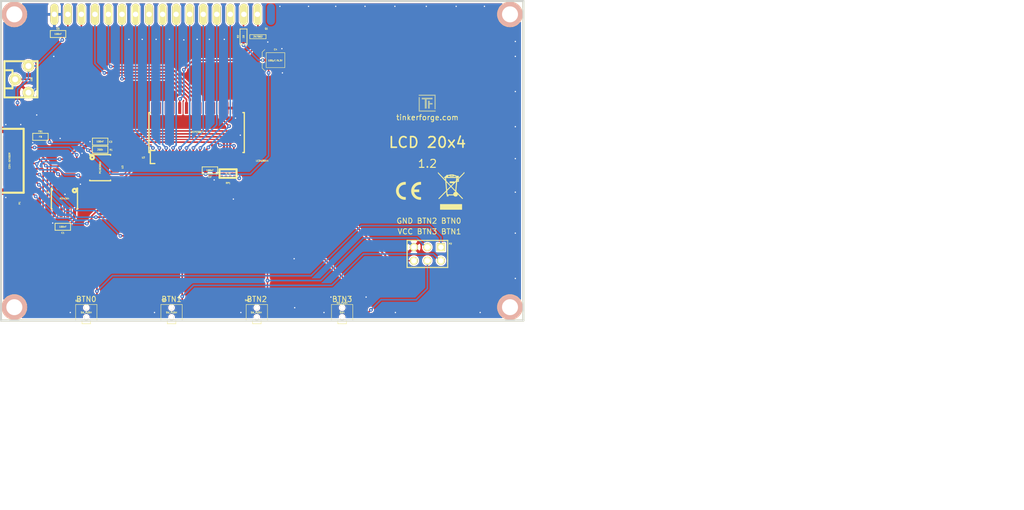
<source format=kicad_pcb>
(kicad_pcb (version 4) (host pcbnew 4.0.2+e4-6225~38~ubuntu15.10.1-stable)
  (title_block (title "LCD 20x4 Bricklet") (date "21 jan 2013") (rev 1.1) (company "Tinkerforge GmbH") (comment 1 "Licensed under CERN OHL v.1.1") (comment 2 "Copyright (©) 2011, B.Nordmeyer <bastian@tinkerforge.com>"))
  (layers (0 Vorderseite signal hide) (31 Rückseite signal hide) (34 B.Paste user) (35 F.Paste user) (36 B.SilkS user) (37 F.SilkS user) (38 B.Mask user) (39 F.Mask user) (44 Edge.Cuts user))
  (net 0 "")
  (net 1 +5V)
  (net 2 BTN1)
  (net 3 BTN2)
  (net 4 BTN3)
  (net 5 BTN4)
  (net 6 DB0)
  (net 7 DB1)
  (net 8 DB2)
  (net 9 DB3)
  (net 10 DB4)
  (net 11 DB5)
  (net 12 DB6)
  (net 13 DB7)
  (net 14 EN)
  (net 15 GND)
  (net 16 N-000004)
  (net 17 N-000017)
  (net 18 N-000018)
  (net 19 N-000021)
  (net 20 N-000023)
  (net 21 RS)
  (net 22 RW)
  (net 23 SCL)
  (net 24 SCL2)
  (net 25 SDA)
  (net 26 SDA2)
  (net 27 SEL)
  (net 28 SW-BACK)
  (net 29 VCC)
  (module SOIC28 (layer Vorderseite) (at 128.62306 94.97568)
    (fp_text reference U2 (at -9.99998 4.699) (layer F.SilkS) (effects (font (size 0.29972 0.29972) (thickness 0.0762))))
    (fp_text value MCP23017 (at 0.1016 -0.09906) (layer F.SilkS) (effects (font (size 0.29972 0.29972) (thickness 0.0762))))
    (pad 1 smd rect (at -8.25246 4.59994 180) (size 0.59944 2.19964) (layers Vorderseite F.Paste F.Mask) (net 6 DB0))
    (pad 2 smd rect (at -6.98246 4.59994 180) (size 0.59944 2.19964) (layers Vorderseite F.Paste F.Mask) (net 7 DB1))
    (pad 3 smd rect (at -5.71246 4.59994 180) (size 0.59944 2.19964) (layers Vorderseite F.Paste F.Mask) (net 8 DB2))
    (pad 4 smd rect (at -4.44246 4.59994 180) (size 0.59944 2.19964) (layers Vorderseite F.Paste F.Mask) (net 9 DB3))
    (pad 5 smd rect (at -3.17246 4.59994 180) (size 0.59944 2.19964) (layers Vorderseite F.Paste F.Mask) (net 10 DB4))
    (pad 6 smd rect (at -1.90246 4.59994 180) (size 0.59944 2.19964) (layers Vorderseite F.Paste F.Mask) (net 11 DB5))
    (pad 7 smd rect (at -0.63246 4.59994 180) (size 0.59944 2.19964) (layers Vorderseite F.Paste F.Mask) (net 12 DB6))
    (pad 8 smd rect (at 0.63246 4.59994 180) (size 0.59944 2.19964) (layers Vorderseite F.Paste F.Mask) (net 13 DB7))
    (pad 9 smd rect (at 1.90246 4.59994 180) (size 0.59944 2.19964) (layers Vorderseite F.Paste F.Mask) (net 1 +5V))
    (pad 10 smd rect (at 3.17246 4.59994 180) (size 0.59944 2.19964) (layers Vorderseite F.Paste F.Mask) (net 15 GND))
    (pad 11 smd rect (at 4.44246 4.59994 180) (size 0.59944 2.19964) (layers Vorderseite F.Paste F.Mask))
    (pad 12 smd rect (at 5.71246 4.59994 180) (size 0.59944 2.19964) (layers Vorderseite F.Paste F.Mask) (net 24 SCL2))
    (pad 13 smd rect (at 6.98246 4.59994 180) (size 0.59944 2.19964) (layers Vorderseite F.Paste F.Mask) (net 26 SDA2))
    (pad 14 smd rect (at 8.25246 4.59994 180) (size 0.59944 2.19964) (layers Vorderseite F.Paste F.Mask))
    (pad 15 smd rect (at 8.25246 -4.59994) (size 0.59944 2.19964) (layers Vorderseite F.Paste F.Mask) (net 27 SEL))
    (pad 16 smd rect (at 6.98246 -4.59994) (size 0.59944 2.19964) (layers Vorderseite F.Paste F.Mask) (net 15 GND))
    (pad 17 smd rect (at 5.71246 -4.59994) (size 0.59944 2.19964) (layers Vorderseite F.Paste F.Mask) (net 15 GND))
    (pad 18 smd rect (at 4.44246 -4.59994) (size 0.59944 2.19964) (layers Vorderseite F.Paste F.Mask) (net 1 +5V))
    (pad 19 smd rect (at 3.17246 -4.59994) (size 0.59944 2.19964) (layers Vorderseite F.Paste F.Mask))
    (pad 20 smd rect (at 1.90246 -4.59994) (size 0.59944 2.19964) (layers Vorderseite F.Paste F.Mask))
    (pad 21 smd rect (at 0.63246 -4.59994) (size 0.59944 2.19964) (layers Vorderseite F.Paste F.Mask) (net 22 RW))
    (pad 22 smd rect (at -0.63246 -4.59994) (size 0.59944 2.19964) (layers Vorderseite F.Paste F.Mask) (net 21 RS))
    (pad 23 smd rect (at -1.90246 -4.59994) (size 0.59944 2.19964) (layers Vorderseite F.Paste F.Mask) (net 14 EN))
    (pad 24 smd rect (at -3.17246 -4.59994) (size 0.59944 2.19964) (layers Vorderseite F.Paste F.Mask) (net 28 SW-BACK))
    (pad 25 smd rect (at -4.44246 -4.59994) (size 0.59944 2.19964) (layers Vorderseite F.Paste F.Mask))
    (pad 26 smd rect (at -5.71246 -4.59994) (size 0.59944 2.19964) (layers Vorderseite F.Paste F.Mask))
    (pad 27 smd rect (at -6.98246 -4.59994) (size 0.59944 2.19964) (layers Vorderseite F.Paste F.Mask))
    (pad 28 smd rect (at -8.25246 -4.59994) (size 0.59944 2.19964) (layers Vorderseite F.Paste F.Mask))
  )
  (module SOT23GDS (layer Vorderseite) (at 140.12418 76.9747 180)
    (fp_text reference Q1 (at -1.6002 1.4986 180) (layer F.SilkS) (effects (font (size 0.29972 0.29972) (thickness 0.0762))))
    (fp_text value 2N7002 (at 0 0 180) (layer F.SilkS) (effects (font (size 0.29972 0.29972) (thickness 0.0762))))
    (pad S smd rect (at -0.889 -1.016 180) (size 0.9144 0.9144) (layers Vorderseite F.Paste F.Mask) (net 15 GND))
    (pad G smd rect (at 0.889 -1.016 180) (size 0.9144 0.9144) (layers Vorderseite F.Paste F.Mask) (net 28 SW-BACK))
    (pad D smd rect (at 0 1.016 180) (size 0.9144 0.9144) (layers Vorderseite F.Paste F.Mask) (net 17 N-000017))
  )
  (module TACT-SWITCH (layer Vorderseite) (at 107.9246 128.77546 180)
    (fp_text reference SW1 (at 1.6002 2.19964 180) (layer F.SilkS) (effects (font (size 0.29972 0.29972) (thickness 0.0762))))
    (fp_text value SW_PUSH (at 0 0 180) (layer F.SilkS) (effects (font (size 0.29972 0.29972) (thickness 0.0762))))
    (pad 1 smd rect (at -1.99898 0 180) (size 1.00076 1.80086) (layers Vorderseite F.Paste F.Mask) (net 2 BTN1) (clearance 0.14986))
    (pad 2 smd rect (at 1.99898 0 180) (size 1.00076 1.80086) (layers Vorderseite F.Paste F.Mask) (net 15 GND) (clearance 0.14986))
    (pad "" thru_hole circle (at 0 0.89916 180) (size 0.8001 0.8001) (drill 0.8001) (layers *.Cu *.Mask F.SilkS) (clearance 0.14986))
    (pad "" thru_hole circle (at 0 -0.89916 180) (size 0.8001 0.8001) (drill 0.8001) (layers *.Cu *.Mask F.SilkS) (clearance 0.14986))
  )
  (module TACT-SWITCH (layer Vorderseite) (at 123.92406 128.77546 180)
    (fp_text reference SW2 (at 1.39954 2.30124 180) (layer F.SilkS) (effects (font (size 0.29972 0.29972) (thickness 0.0762))))
    (fp_text value SW_PUSH (at 0 0 180) (layer F.SilkS) (effects (font (size 0.29972 0.29972) (thickness 0.0762))))
    (pad 1 smd rect (at -1.99898 0 180) (size 1.00076 1.80086) (layers Vorderseite F.Paste F.Mask) (net 3 BTN2) (clearance 0.14986))
    (pad 2 smd rect (at 1.99898 0 180) (size 1.00076 1.80086) (layers Vorderseite F.Paste F.Mask) (net 15 GND) (clearance 0.14986))
    (pad "" thru_hole circle (at 0 0.89916 180) (size 0.8001 0.8001) (drill 0.8001) (layers *.Cu *.Mask F.SilkS) (clearance 0.14986))
    (pad "" thru_hole circle (at 0 -0.89916 180) (size 0.8001 0.8001) (drill 0.8001) (layers *.Cu *.Mask F.SilkS) (clearance 0.14986))
  )
  (module TACT-SWITCH (layer Vorderseite) (at 139.92352 128.77546 180)
    (fp_text reference SW3 (at 1.79832 2.30124 180) (layer F.SilkS) (effects (font (size 0.29972 0.29972) (thickness 0.0762))))
    (fp_text value SW_PUSH (at 0.09906 0 180) (layer F.SilkS) (effects (font (size 0.29972 0.29972) (thickness 0.0762))))
    (pad 1 smd rect (at -1.99898 0 180) (size 1.00076 1.80086) (layers Vorderseite F.Paste F.Mask) (net 4 BTN3) (clearance 0.14986))
    (pad 2 smd rect (at 1.99898 0 180) (size 1.00076 1.80086) (layers Vorderseite F.Paste F.Mask) (net 15 GND) (clearance 0.14986))
    (pad "" thru_hole circle (at 0 0.89916 180) (size 0.8001 0.8001) (drill 0.8001) (layers *.Cu *.Mask F.SilkS) (clearance 0.14986))
    (pad "" thru_hole circle (at 0 -0.89916 180) (size 0.8001 0.8001) (drill 0.8001) (layers *.Cu *.Mask F.SilkS) (clearance 0.14986))
  )
  (module CON-SENSOR (layer Vorderseite) (at 91.9226 100.27666 270)
    (fp_text reference P1 (at 7.9502 -3.50012 270) (layer F.SilkS) (effects (font (size 0.29972 0.29972) (thickness 0.0762))))
    (fp_text value CON-SENSOR (at 0 -1.6002 270) (layer F.SilkS) (effects (font (size 0.29972 0.29972) (thickness 0.0762))))
    (pad 1 smd rect (at -4.50088 -4.7752 270) (size 0.59944 1.5494) (layers Vorderseite F.Paste F.Mask) (net 20 N-000023))
    (pad 2 smd rect (at -3.50012 -4.7752 270) (size 0.59944 1.5494) (layers Vorderseite F.Paste F.Mask) (net 15 GND))
    (pad 3 smd rect (at -2.49936 -4.7752 270) (size 0.59944 1.5494) (layers Vorderseite F.Paste F.Mask) (net 29 VCC))
    (pad 4 smd rect (at -1.50114 -4.7752 270) (size 0.59944 1.5494) (layers Vorderseite F.Paste F.Mask) (net 23 SCL))
    (pad 5 smd rect (at -0.50038 -4.7752 270) (size 0.59944 1.5494) (layers Vorderseite F.Paste F.Mask) (net 25 SDA))
    (pad 6 smd rect (at 0.50038 -4.7752 270) (size 0.59944 1.5494) (layers Vorderseite F.Paste F.Mask) (net 27 SEL))
    (pad 7 smd rect (at 1.50114 -4.7752 270) (size 0.59944 1.5494) (layers Vorderseite F.Paste F.Mask) (net 2 BTN1))
    (pad 8 smd rect (at 2.49936 -4.7752 270) (size 0.59944 1.5494) (layers Vorderseite F.Paste F.Mask) (net 3 BTN2))
    (pad 9 smd rect (at 3.50012 -4.7752 270) (size 0.59944 1.5494) (layers Vorderseite F.Paste F.Mask) (net 4 BTN3))
    (pad 10 smd rect (at 4.50088 -4.7752 270) (size 0.59944 1.5494) (layers Vorderseite F.Paste F.Mask) (net 5 BTN4))
    (pad EP smd rect (at -5.79882 -0.89916 270) (size 1.19888 1.80086) (layers Vorderseite F.Paste F.Mask) (net 15 GND))
    (pad EP smd rect (at 5.79882 -0.89916 270) (size 1.19888 1.80086) (layers Vorderseite F.Paste F.Mask) (net 15 GND))
  )
  (module 3528-21 (layer Vorderseite) (at 143.42364 81.37652)
    (fp_text reference C4 (at 0 -1.99898) (layer F.SilkS) (effects (font (size 0.29972 0.29972) (thickness 0.0762))))
    (fp_text value 100µF/6.3V (at -0.04826 0.07366) (layer F.SilkS) (effects (font (size 0.29972 0.29972) (thickness 0.0762))))
    (pad 1 smd rect (at -1.30048 0) (size 1.39954 2.79908) (layers Vorderseite F.Paste F.Mask) (net 1 +5V) (clearance 0.14986))
    (pad 2 smd rect (at 1.30048 0) (size 1.39954 2.79908) (layers Vorderseite F.Paste F.Mask) (net 15 GND) (clearance 0.14986))
  )
  (module 0603 (layer Vorderseite) (at 110.52302 96.67494 180)
    (fp_text reference C3 (at -1.97612 -0.04826 180) (layer F.SilkS) (effects (font (size 0.29972 0.29972) (thickness 0.0762))))
    (fp_text value 100nF (at 0 0 180) (layer F.SilkS) (effects (font (size 0.29972 0.29972) (thickness 0.0762))))
    (pad 1 smd rect (at -0.8001 0 180) (size 0.8001 0.8001) (layers Vorderseite F.Paste F.Mask) (net 16 N-000004))
    (pad 2 smd rect (at 0.8001 0 180) (size 0.8001 0.8001) (layers Vorderseite F.Paste F.Mask) (net 15 GND))
  )
  (module 0603 (layer Vorderseite) (at 102.62362 76.47686)
    (fp_text reference C5 (at 0 -1.00076) (layer F.SilkS) (effects (font (size 0.29972 0.29972) (thickness 0.0762))))
    (fp_text value 100nF (at 0 0) (layer F.SilkS) (effects (font (size 0.29972 0.29972) (thickness 0.0762))))
    (pad 1 smd rect (at -0.8001 0) (size 0.8001 0.8001) (layers Vorderseite F.Paste F.Mask) (net 15 GND))
    (pad 2 smd rect (at 0.8001 0) (size 0.8001 0.8001) (layers Vorderseite F.Paste F.Mask) (net 1 +5V))
  )
  (module 0603 (layer Vorderseite) (at 110.52556 98.19894)
    (fp_text reference R1 (at 2.04978 0.0254) (layer F.SilkS) (effects (font (size 0.29972 0.29972) (thickness 0.0762))))
    (fp_text value 200k (at 0 0) (layer F.SilkS) (effects (font (size 0.29972 0.29972) (thickness 0.0762))))
    (pad 1 smd rect (at -0.8001 0) (size 0.8001 0.8001) (layers Vorderseite F.Paste F.Mask) (net 1 +5V))
    (pad 2 smd rect (at 0.8001 0) (size 0.8001 0.8001) (layers Vorderseite F.Paste F.Mask) (net 16 N-000004))
  )
  (module 0603 (layer Vorderseite) (at 131.12496 102.07498)
    (fp_text reference C2 (at -0.0254 1.22428) (layer F.SilkS) (effects (font (size 0.29972 0.29972) (thickness 0.0762))))
    (fp_text value 100nF (at 0 0) (layer F.SilkS) (effects (font (size 0.29972 0.29972) (thickness 0.0762))))
    (pad 1 smd rect (at -0.8001 0) (size 0.8001 0.8001) (layers Vorderseite F.Paste F.Mask) (net 1 +5V))
    (pad 2 smd rect (at 0.8001 0) (size 0.8001 0.8001) (layers Vorderseite F.Paste F.Mask) (net 15 GND))
  )
  (module 0603 (layer Vorderseite) (at 137.42416 76.9747 270)
    (fp_text reference R2 (at -0.0254 1.02362 270) (layer F.SilkS) (effects (font (size 0.29972 0.29972) (thickness 0.0762))))
    (fp_text value 10 (at 0 0 270) (layer F.SilkS) (effects (font (size 0.29972 0.29972) (thickness 0.0762))))
    (pad 1 smd rect (at -0.8001 0 270) (size 0.8001 0.8001) (layers Vorderseite F.Paste F.Mask) (net 18 N-000018))
    (pad 2 smd rect (at 0.8001 0 270) (size 0.8001 0.8001) (layers Vorderseite F.Paste F.Mask) (net 1 +5V))
  )
  (module 0603 (layer Vorderseite) (at 99.32416 95.77578)
    (fp_text reference FB1 (at 0 -1.00076) (layer F.SilkS) (effects (font (size 0.29972 0.29972) (thickness 0.0762))))
    (fp_text value FB (at 0 0) (layer F.SilkS) (effects (font (size 0.29972 0.29972) (thickness 0.0762))))
    (pad 1 smd rect (at -0.8001 0) (size 0.8001 0.8001) (layers Vorderseite F.Paste F.Mask) (net 20 N-000023))
    (pad 2 smd rect (at 0.8001 0) (size 0.8001 0.8001) (layers Vorderseite F.Paste F.Mask) (net 1 +5V))
  )
  (module 0603 (layer Vorderseite) (at 103.52278 112.67694)
    (fp_text reference C1 (at 0.00254 1.14808) (layer F.SilkS) (effects (font (size 0.29972 0.29972) (thickness 0.0762))))
    (fp_text value 100nF (at 0 0) (layer F.SilkS) (effects (font (size 0.29972 0.29972) (thickness 0.0762))))
    (pad 1 smd rect (at -0.8001 0) (size 0.8001 0.8001) (layers Vorderseite F.Paste F.Mask) (net 15 GND))
    (pad 2 smd rect (at 0.8001 0) (size 0.8001 0.8001) (layers Vorderseite F.Paste F.Mask) (net 29 VCC))
  )
  (module Logo_31x31 (layer Vorderseite) (at 170.3 87.875)
    (fp_text reference Ref** hide)
    (fp_text value Val** hide)
  )
  (module Fiducial_Mark (layer Vorderseite) (at 93.726 123.7742)
    (fp_text reference Fiducial_Mark hide)
    (fp_text value VAL** hide)
    (pad 1 smd circle (at 0 0) (size 1.00076 1.00076) (layers Vorderseite F.Mask) (clearance 0.65024))
  )
  (module Fiducial_Mark (layer Vorderseite) (at 181.42458 73.27392)
    (fp_text reference Fiducial_Mark hide)
    (fp_text value VAL** hide)
    (pad 1 smd circle (at 0 0) (size 1.00076 1.00076) (layers Vorderseite F.Mask) (clearance 0.65024))
  )
  (module POT_36W (layer Vorderseite) (at 95.67418 84.9757 270)
    (fp_text reference RV1 (at 0 0 270) (layer F.SilkS) (effects (font (size 0.29972 0.29972) (thickness 0.0762))))
    (fp_text value 10k (at 0 -1.99898 270) (layer F.SilkS) (effects (font (size 0.29972 0.29972) (thickness 0.0762))))
    (pad 2 thru_hole circle (at 0 1.09982 270) (size 2.19964 2.19964) (drill 1.09982) (layers *.Cu *.Mask F.SilkS) (net 19 N-000021))
    (pad 1 thru_hole circle (at -2.49936 -1.39954 270) (size 2.19964 2.19964) (drill 1.09982) (layers *.Cu *.Mask F.SilkS) (net 1 +5V))
    (pad 3 thru_hole circle (at 2.49936 -1.39954 270) (size 2.19964 2.19964) (drill 1.09982) (layers *.Cu *.Mask F.SilkS) (net 15 GND))
  )
  (module TACT-SWITCH (layer Vorderseite) (at 155.92552 128.77292 180)
    (fp_text reference SW4 (at 0 0 180) (layer F.SilkS) (effects (font (size 0.29972 0.29972) (thickness 0.0762))))
    (fp_text value SW_PUSH (at 0 1.80086 180) (layer F.SilkS) (effects (font (size 0.29972 0.29972) (thickness 0.0762))))
    (pad 1 smd rect (at -1.99898 0 180) (size 1.00076 1.80086) (layers Vorderseite F.Paste F.Mask) (net 5 BTN4) (clearance 0.14986))
    (pad 2 smd rect (at 1.99898 0 180) (size 1.00076 1.80086) (layers Vorderseite F.Paste F.Mask) (net 15 GND) (clearance 0.14986))
    (pad "" thru_hole circle (at 0 0.89916 180) (size 0.8001 0.8001) (drill 0.8001) (layers *.Cu *.Mask F.SilkS) (clearance 0.14986))
    (pad "" thru_hole circle (at 0 -0.89916 180) (size 0.8001 0.8001) (drill 0.8001) (layers *.Cu *.Mask F.SilkS) (clearance 0.14986))
  )
  (module pin_array_3x2 (layer Vorderseite) (at 171.92498 117.77472 180)
    (fp_text reference P2 (at -4.30022 1.89992 180) (layer F.SilkS) (effects (font (size 0.29972 0.29972) (thickness 0.0762))))
    (fp_text value BTN-HEADER hide)
    (pad 1 thru_hole rect (at -2.54 1.27 180) (size 1.524 1.524) (drill 1.016) (layers *.Cu *.Mask F.SilkS) (net 2 BTN1))
    (pad 2 thru_hole circle (at -2.54 -1.27 180) (size 1.524 1.524) (drill 1.016) (layers *.Cu *.Mask F.SilkS) (net 3 BTN2))
    (pad 3 thru_hole circle (at 0 1.27 180) (size 1.524 1.524) (drill 1.016) (layers *.Cu *.Mask F.SilkS) (net 4 BTN3))
    (pad 4 thru_hole circle (at 0 -1.27 180) (size 1.524 1.524) (drill 1.016) (layers *.Cu *.Mask F.SilkS) (net 5 BTN4))
    (pad 5 thru_hole circle (at 2.54 1.27 180) (size 1.524 1.524) (drill 1.016) (layers *.Cu *.Mask F.SilkS) (net 15 GND))
    (pad 6 thru_hole circle (at 2.54 -1.27 180) (size 1.524 1.524) (drill 1.016) (layers *.Cu *.Mask F.SilkS) (net 29 VCC))
  )
  (module 0603X4 (layer Vorderseite) (at 134.52602 102.67442 180)
    (fp_text reference RP1 (at 0 -1.80086 180) (layer F.SilkS) (effects (font (size 0.29972 0.29972) (thickness 0.0762))))
    (fp_text value 4.7k (at 0 0 180) (layer F.SilkS) (effects (font (size 0.29972 0.29972) (thickness 0.0762))))
    (pad 1 smd rect (at 1.19888 -0.8509 180) (size 0.44958 0.89916) (layers Vorderseite F.Paste F.Mask) (net 1 +5V))
    (pad 2 smd rect (at 0.39878 -0.8509 180) (size 0.44958 0.89916) (layers Vorderseite F.Paste F.Mask) (net 1 +5V))
    (pad 3 smd rect (at -0.39878 -0.8509 180) (size 0.44958 0.89916) (layers Vorderseite F.Paste F.Mask) (net 1 +5V))
    (pad 4 smd rect (at -1.19888 -0.8509 180) (size 0.44958 0.89916) (layers Vorderseite F.Paste F.Mask) (net 1 +5V))
    (pad 5 smd rect (at -1.19888 0.8509 180) (size 0.44958 0.89916) (layers Vorderseite F.Paste F.Mask) (net 26 SDA2))
    (pad 6 smd rect (at -0.39878 0.8509 180) (size 0.44958 0.89916) (layers Vorderseite F.Paste F.Mask))
    (pad 7 smd rect (at 0.39878 0.8509 180) (size 0.44958 0.89916) (layers Vorderseite F.Paste F.Mask))
    (pad 8 smd rect (at 1.19888 0.8509 180) (size 0.44958 0.89916) (layers Vorderseite F.Paste F.Mask) (net 24 SCL2))
  )
  (module SOIC8 (layer Vorderseite) (at 103.82504 107.37342 180)
    (fp_text reference U1 (at 3.0988 1.19888 180) (layer F.SilkS) (effects (font (size 0.29972 0.29972) (thickness 0.0762))))
    (fp_text value M24C64 (at 0 0 180) (layer F.SilkS) (effects (font (size 0.29972 0.29972) (thickness 0.0762))))
    (pad 1 smd rect (at -1.90246 2.69748) (size 0.59944 1.5494) (layers Vorderseite F.Paste F.Mask) (net 15 GND))
    (pad 2 smd rect (at -0.63246 2.69748) (size 0.59944 1.5494) (layers Vorderseite F.Paste F.Mask) (net 15 GND))
    (pad 3 smd rect (at 0.63246 2.69748) (size 0.59944 1.5494) (layers Vorderseite F.Paste F.Mask) (net 27 SEL))
    (pad 4 smd rect (at 1.90246 2.69748) (size 0.59944 1.5494) (layers Vorderseite F.Paste F.Mask) (net 15 GND))
    (pad 5 smd rect (at 1.90246 -2.69748 180) (size 0.59944 1.5494) (layers Vorderseite F.Paste F.Mask) (net 25 SDA))
    (pad 6 smd rect (at 0.63246 -2.69748 180) (size 0.59944 1.5494) (layers Vorderseite F.Paste F.Mask) (net 23 SCL))
    (pad 7 smd rect (at -0.63246 -2.69748 180) (size 0.59944 1.5494) (layers Vorderseite F.Paste F.Mask))
    (pad 8 smd rect (at -1.90246 -2.69748 180) (size 0.59944 1.5494) (layers Vorderseite F.Paste F.Mask) (net 29 VCC))
  )
  (module SOIC8 (layer Vorderseite) (at 110.52556 101.5746 270)
    (fp_text reference U3 (at -0.1016 -4.19862 270) (layer F.SilkS) (effects (font (size 0.29972 0.29972) (thickness 0.0762))))
    (fp_text value PCA9306D (at 0 0 270) (layer F.SilkS) (effects (font (size 0.29972 0.29972) (thickness 0.0762))))
    (pad 1 smd rect (at -1.90246 2.69748 90) (size 0.59944 1.5494) (layers Vorderseite F.Paste F.Mask) (net 15 GND))
    (pad 2 smd rect (at -0.63246 2.69748 90) (size 0.59944 1.5494) (layers Vorderseite F.Paste F.Mask) (net 29 VCC))
    (pad 3 smd rect (at 0.63246 2.69748 90) (size 0.59944 1.5494) (layers Vorderseite F.Paste F.Mask) (net 23 SCL))
    (pad 4 smd rect (at 1.90246 2.69748 90) (size 0.59944 1.5494) (layers Vorderseite F.Paste F.Mask) (net 25 SDA))
    (pad 5 smd rect (at 1.90246 -2.69748 270) (size 0.59944 1.5494) (layers Vorderseite F.Paste F.Mask) (net 26 SDA2))
    (pad 6 smd rect (at 0.63246 -2.69748 270) (size 0.59944 1.5494) (layers Vorderseite F.Paste F.Mask) (net 24 SCL2))
    (pad 7 smd rect (at -0.63246 -2.69748 270) (size 0.59944 1.5494) (layers Vorderseite F.Paste F.Mask) (net 16 N-000004))
    (pad 8 smd rect (at -1.90246 -2.69748 270) (size 0.59944 1.5494) (layers Vorderseite F.Paste F.Mask) (net 16 N-000004))
  )
  (module DRILL_NP (layer Vorderseite) (at 94.4245 127.7747)
    (fp_text reference U8 hide)
    (fp_text value DRILL hide)
    (pad "" thru_hole circle (at 0 0) (size 2.99974 2.99974) (drill 2.99974) (layers *.Cu *.SilkS *.Mask) (clearance 0.89916))
  )
  (module DRILL_NP (layer Vorderseite) (at 187.42406 127.7747)
    (fp_text reference U7 hide)
    (fp_text value DRILL hide)
    (pad "" thru_hole circle (at 0 0) (size 2.99974 2.99974) (drill 2.99974) (layers *.Cu *.SilkS *.Mask) (clearance 0.89916))
  )
  (module DRILL_NP (layer Vorderseite) (at 187.42406 72.77608)
    (fp_text reference U6 hide)
    (fp_text value DRILL hide)
    (pad "" thru_hole circle (at 0 0) (size 2.99974 2.99974) (drill 2.99974) (layers *.Cu *.SilkS *.Mask) (clearance 0.89916))
  )
  (module DRILL_NP (layer Vorderseite) (at 94.4245 72.77608)
    (fp_text reference U5 hide)
    (fp_text value DRILL hide)
    (pad "" thru_hole circle (at 0 0) (size 2.99974 2.99974) (drill 2.99974) (layers *.Cu *.SilkS *.Mask) (clearance 0.89916))
  )
  (module LCD-20x4 (layer Vorderseite) (at 140.92428 100.27666)
    (fp_text reference U4 (at 0 0) (layer F.SilkS) (effects (font (size 0.29972 0.29972) (thickness 0.0762))))
    (fp_text value LCD-20X4 (at 0 0) (layer F.SilkS) (effects (font (size 0.29972 0.29972) (thickness 0.0762))))
    (pad 1 thru_hole oval (at -38.99916 -27.50058) (size 1.50114 4.0005) (drill 1.00076) (layers *.Cu *.Mask F.SilkS) (net 15 GND))
    (pad 2 thru_hole oval (at -36.45916 -27.50058) (size 1.50114 4.0005) (drill 1.00076) (layers *.Cu *.Mask F.SilkS) (net 1 +5V))
    (pad 3 thru_hole oval (at -33.91916 -27.50058) (size 1.50114 4.0005) (drill 1.00076) (layers *.Cu *.Mask F.SilkS) (net 19 N-000021))
    (pad 4 thru_hole oval (at -31.37916 -27.50058) (size 1.50114 4.0005) (drill 1.00076) (layers *.Cu *.Mask F.SilkS) (net 21 RS))
    (pad 5 thru_hole oval (at -28.83916 -27.50058) (size 1.50114 4.0005) (drill 1.00076) (layers *.Cu *.Mask F.SilkS) (net 22 RW))
    (pad 6 thru_hole oval (at -26.29916 -27.50058) (size 1.50114 4.0005) (drill 1.00076) (layers *.Cu *.Mask F.SilkS) (net 14 EN))
    (pad 7 thru_hole oval (at -23.75916 -27.50058) (size 1.50114 4.0005) (drill 1.00076) (layers *.Cu *.Mask F.SilkS) (net 6 DB0))
    (pad 8 thru_hole oval (at -21.21916 -27.50058) (size 1.50114 4.0005) (drill 1.00076) (layers *.Cu *.Mask F.SilkS) (net 7 DB1))
    (pad 9 thru_hole oval (at -18.67916 -27.50058) (size 1.50114 4.0005) (drill 1.00076) (layers *.Cu *.Mask F.SilkS) (net 8 DB2))
    (pad 10 thru_hole oval (at -16.13916 -27.50058) (size 1.50114 4.0005) (drill 1.00076) (layers *.Cu *.Mask F.SilkS) (net 9 DB3))
    (pad 11 thru_hole oval (at -13.59916 -27.50058) (size 1.50114 4.0005) (drill 1.00076) (layers *.Cu *.Mask F.SilkS) (net 10 DB4))
    (pad 12 thru_hole oval (at -11.05916 -27.50058) (size 1.50114 4.0005) (drill 1.00076) (layers *.Cu *.Mask F.SilkS) (net 11 DB5))
    (pad 13 thru_hole oval (at -8.51916 -27.50058) (size 1.50114 4.0005) (drill 1.00076) (layers *.Cu *.Mask F.SilkS) (net 12 DB6))
    (pad 14 thru_hole oval (at -5.97916 -27.50058) (size 1.50114 4.0005) (drill 1.00076) (layers *.Cu *.Mask F.SilkS) (net 13 DB7))
    (pad 15 thru_hole oval (at -3.43916 -27.50058) (size 1.50114 4.0005) (drill 1.00076) (layers *.Cu *.Mask F.SilkS) (net 18 N-000018))
    (pad 16 thru_hole oval (at -0.89916 -27.50058) (size 1.50114 4.0005) (drill 1.00076) (layers *.Cu *.Mask F.SilkS) (net 17 N-000017))
    (pad "" smd oval (at 1.64084 -27.50058) (size 1.50114 4.0005) (layers Rückseite B.Paste B.Mask))
  )
  (module CE_5mm (layer Vorderseite) (at 168.425 105.925)
    (fp_text reference VAL hide)
    (fp_text value CE_5mm hide)
  )
  (module kicad-libraries:WEEE_7mm_back (layer Vorderseite) (at 176.4 105.95 180)
    (fp_text reference VAL hide)
    (fp_text value WEEE_7mm_back hide)
  )
  (gr_text BTN3 (at 155.92552 126.27356) (layer F.SilkS) (effects (font (size 1.00076 1.00076) (thickness 0.14986))))
  (gr_text BTN2 (at 139.92606 126.27356) (layer F.SilkS) (effects (font (size 1.00076 1.00076) (thickness 0.14986))))
  (gr_text BTN1 (at 123.92406 126.27356) (layer F.SilkS) (effects (font (size 1.00076 1.00076) (thickness 0.14986))))
  (gr_text BTN0 (at 107.9246 126.27356) (layer F.SilkS) (effects (font (size 1.00076 1.00076) (thickness 0.14986))))
  (gr_text " VCC BTN3 BTN1" (at 171.92498 113.57356) (layer F.SilkS) (effects (font (size 1.00076 1.00076) (thickness 0.14986))))
  (gr_text " GND BTN2 BTN0" (at 171.82592 111.57458) (layer F.SilkS) (effects (font (size 1.00076 1.00076) (thickness 0.14986))))
  (gr_text 1.2 (at 171.925 100.825) (layer F.SilkS) (effects (font (size 1.50114 1.50114) (thickness 0.20066))))
  (gr_text tinkerforge.com (at 171.925 92.15) (layer F.SilkS) (effects (font (size 1.00076 1.00076) (thickness 0.14986))))
  (gr_text "LCD 20x4" (at 171.925 96.825) (layer F.SilkS) (effects (font (size 1.99898 1.99898) (thickness 0.29972))))
  (gr_line (start 189.92342 70.27418) (end 91.92514 70.27418) (angle 90) (layer Edge.Cuts) (width 0.381))
  (gr_line (start 189.92342 130.2766) (end 189.92342 70.27418) (angle 90) (layer Edge.Cuts) (width 0.381))
  (gr_line (start 91.92514 130.2766) (end 189.92342 130.2766) (angle 90) (layer Edge.Cuts) (width 0.381))
  (gr_line (start 91.92514 70.27418) (end 91.92514 130.2766) (angle 90) (layer Edge.Cuts) (width 0.381))
  (via (at 103.42372 77.57668) (size 0.70104) (layers Vorderseite Rückseite) (net 1))
  (segment (start 141.02334 81.37652) (end 142.12316 81.37652) (width 0.29972) (layer Vorderseite) (net 1))
  (segment (start 101.02342 95.9739) (end 101.02342 96.77654) (width 0.29972) (layer Vorderseite) (net 1))
  (segment (start 101.32314 97.07626) (end 101.02342 96.77654) (width 0.29972) (layer Rückseite) (net 1))
  (segment (start 108.22432 98.27514) (end 108.22432 98.27768) (width 0.29972) (layer Rückseite) (net 1))
  (segment (start 130.32232 102.77602) (end 112.72266 102.77602) (width 0.29972) (layer Rückseite) (net 1))
  (segment (start 130.32486 102.77348) (end 130.32232 102.77602) (width 0.29972) (layer Vorderseite) (net 1))
  (via (at 130.32232 102.77602) (size 0.70104) (layers Vorderseite Rückseite) (net 1))
  (segment (start 98.52406 82.47634) (end 97.07372 82.47634) (width 0.29972) (layer Rückseite) (net 1))
  (segment (start 103.42372 77.57668) (end 98.52406 82.47634) (width 0.29972) (layer Rückseite) (net 1))
  (segment (start 104.46512 75.53452) (end 104.46512 72.77608) (width 0.29972) (layer Vorderseite) (net 1))
  (segment (start 108.32338 98.17608) (end 108.22432 98.27514) (width 0.29972) (layer Vorderseite) (net 1))
  (segment (start 100.12426 95.17634) (end 95.02394 90.07602) (width 0.29972) (layer Vorderseite) (net 1))
  (segment (start 109.72292 98.17608) (end 108.32338 98.17608) (width 0.29972) (layer Vorderseite) (net 1))
  (segment (start 130.32486 102.07498) (end 130.32486 102.77348) (width 0.29972) (layer Vorderseite) (net 1))
  (via (at 134.72414 93.77426) (size 0.70104) (layers Vorderseite Rückseite) (net 1))
  (segment (start 134.72414 93.77426) (end 130.82524 97.67316) (width 0.29972) (layer Rückseite) (net 1))
  (segment (start 130.82524 97.67316) (end 130.82524 97.77476) (width 0.29972) (layer Rückseite) (net 1))
  (via (at 130.82524 97.77476) (size 0.70104) (layers Vorderseite Rückseite) (net 1))
  (segment (start 130.82524 97.77476) (end 130.52552 98.07448) (width 0.29972) (layer Vorderseite) (net 1))
  (segment (start 130.52552 98.07448) (end 130.52552 99.57562) (width 0.29972) (layer Vorderseite) (net 1))
  (segment (start 133.06552 90.37574) (end 133.06552 92.11564) (width 0.29972) (layer Vorderseite) (net 1))
  (segment (start 133.32714 103.52532) (end 134.12724 103.52532) (width 0.29972) (layer Vorderseite) (net 1))
  (segment (start 134.12724 103.52532) (end 134.9248 103.52532) (width 0.29972) (layer Vorderseite) (net 1))
  (segment (start 134.9248 103.52532) (end 135.7249 103.52532) (width 0.29972) (layer Vorderseite) (net 1))
  (segment (start 136.5758 103.52532) (end 136.62406 103.57358) (width 0.29972) (layer Vorderseite) (net 1))
  (via (at 136.62406 103.57358) (size 0.70104) (layers Vorderseite Rückseite) (net 1))
  (segment (start 136.62406 103.57358) (end 136.72566 103.47198) (width 0.29972) (layer Rückseite) (net 1))
  (segment (start 136.72566 103.47198) (end 136.72566 102.77602) (width 0.29972) (layer Rückseite) (net 1))
  (segment (start 135.7249 103.52532) (end 136.5758 103.52532) (width 0.29972) (layer Vorderseite) (net 1))
  (segment (start 103.42372 76.47686) (end 103.42372 77.57668) (width 0.29972) (layer Vorderseite) (net 1))
  (segment (start 133.06552 92.11564) (end 134.72414 93.77426) (width 0.29972) (layer Vorderseite) (net 1))
  (segment (start 137.42416 77.7748) (end 137.42416 78.5749) (width 0.29972) (layer Vorderseite) (net 1))
  (segment (start 138.72464 102.77602) (end 142.12316 99.3775) (width 0.29972) (layer Rückseite) (net 1))
  (segment (start 138.72464 102.77602) (end 136.72566 102.77602) (width 0.29972) (layer Rückseite) (net 1))
  (segment (start 142.12316 83.77428) (end 142.12316 81.37652) (width 0.29972) (layer Vorderseite) (net 1))
  (via (at 142.12316 83.77428) (size 0.70104) (layers Vorderseite Rückseite) (net 1))
  (segment (start 142.12316 99.3775) (end 142.12316 83.77428) (width 0.29972) (layer Rückseite) (net 1))
  (segment (start 137.42416 78.5749) (end 140.22578 81.37652) (width 0.29972) (layer Rückseite) (net 1))
  (via (at 137.42416 78.5749) (size 0.70104) (layers Vorderseite Rückseite) (net 1))
  (segment (start 136.72566 102.77602) (end 134.52348 102.77602) (width 0.29972) (layer Rückseite) (net 1))
  (segment (start 134.52348 102.77602) (end 130.32232 102.77602) (width 0.29972) (layer Rückseite) (net 1))
  (segment (start 130.32486 102.07498) (end 130.32486 99.77628) (width 0.29972) (layer Vorderseite) (net 1))
  (segment (start 95.02394 86.87562) (end 97.07372 84.82584) (width 0.29972) (layer Rückseite) (net 1))
  (segment (start 107.0229 97.07626) (end 101.32314 97.07626) (width 0.29972) (layer Rückseite) (net 1))
  (segment (start 112.72266 102.77602) (end 108.22432 98.27768) (width 0.29972) (layer Rückseite) (net 1))
  (segment (start 103.52278 76.47686) (end 104.46512 75.53452) (width 0.29972) (layer Vorderseite) (net 1))
  (segment (start 100.12426 95.77578) (end 100.8253 95.77578) (width 0.29972) (layer Vorderseite) (net 1))
  (segment (start 103.42372 76.47686) (end 103.52278 76.47686) (width 0.29972) (layer Vorderseite) (net 1))
  (segment (start 95.02394 90.07602) (end 95.02394 89.37498) (width 0.29972) (layer Vorderseite) (net 1))
  (via (at 95.02394 89.37498) (size 0.70104) (layers Vorderseite Rückseite) (net 1))
  (segment (start 95.02394 89.37498) (end 95.02394 86.87562) (width 0.29972) (layer Rückseite) (net 1))
  (segment (start 100.8253 95.77578) (end 101.02342 95.9739) (width 0.29972) (layer Vorderseite) (net 1))
  (via (at 101.02342 96.77654) (size 0.70104) (layers Vorderseite Rückseite) (net 1))
  (segment (start 130.32486 99.77628) (end 130.52552 99.57562) (width 0.29972) (layer Vorderseite) (net 1))
  (segment (start 100.12426 95.77578) (end 100.12426 95.17634) (width 0.29972) (layer Vorderseite) (net 1))
  (segment (start 97.07372 84.82584) (end 97.07372 82.47634) (width 0.29972) (layer Rückseite) (net 1))
  (segment (start 140.22578 81.37652) (end 141.02334 81.37652) (width 0.29972) (layer Rückseite) (net 1))
  (via (at 108.22432 98.27514) (size 0.70104) (layers Vorderseite Rückseite) (net 1))
  (via (at 141.02334 81.37652) (size 0.70104) (layers Vorderseite Rückseite) (net 1))
  (segment (start 108.22432 98.27768) (end 107.0229 97.07626) (width 0.29972) (layer Rückseite) (net 1))
  (segment (start 109.92358 121.57456) (end 109.92358 124.77496) (width 0.29972) (layer Vorderseite) (net 2))
  (segment (start 99.82454 111.47552) (end 109.92358 121.57456) (width 0.29972) (layer Vorderseite) (net 2))
  (segment (start 99.72548 101.7778) (end 99.82454 101.87686) (width 0.29972) (layer Vorderseite) (net 2))
  (segment (start 109.92358 124.77496) (end 109.92358 128.77546) (width 0.29972) (layer Vorderseite) (net 2))
  (segment (start 99.82454 101.87686) (end 99.82454 111.47552) (width 0.29972) (layer Vorderseite) (net 2))
  (segment (start 96.6978 101.7778) (end 99.72548 101.7778) (width 0.29972) (layer Vorderseite) (net 2))
  (segment (start 159.5247 112.47374) (end 172.32376 112.47374) (width 0.29972) (layer Rückseite) (net 2))
  (segment (start 172.32376 112.47374) (end 174.46498 114.61496) (width 0.29972) (layer Rückseite) (net 2))
  (segment (start 174.46498 114.61496) (end 174.46498 116.50472) (width 0.29972) (layer Rückseite) (net 2))
  (segment (start 150.12416 121.87428) (end 155.12542 116.87302) (width 0.29972) (layer Rückseite) (net 2))
  (segment (start 112.82426 121.87428) (end 150.12416 121.87428) (width 0.29972) (layer Rückseite) (net 2))
  (via (at 109.92358 124.77496) (size 0.70104) (layers Vorderseite Rückseite) (net 2))
  (segment (start 109.92358 124.77496) (end 112.82426 121.87428) (width 0.29972) (layer Rückseite) (net 2))
  (segment (start 155.12542 116.87302) (end 159.5247 112.47374) (width 0.29972) (layer Rückseite) (net 2))
  (segment (start 125.92558 125.77318) (end 125.92304 125.77318) (width 0.29972) (layer Vorderseite) (net 3))
  (segment (start 96.6978 102.77602) (end 99.02444 102.77602) (width 0.29972) (layer Vorderseite) (net 3))
  (segment (start 174.29734 119.04472) (end 173.02734 117.77472) (width 0.29972) (layer Rückseite) (net 3))
  (segment (start 173.02734 117.77472) (end 159.92348 117.77472) (width 0.29972) (layer Rückseite) (net 3))
  (segment (start 159.92348 117.77472) (end 156.92374 120.77446) (width 0.29972) (layer Rückseite) (net 3))
  (segment (start 174.46498 119.04472) (end 174.29734 119.04472) (width 0.29972) (layer Rückseite) (net 3))
  (segment (start 114.3254 114.3762) (end 121.22404 114.3762) (width 0.29972) (layer Vorderseite) (net 3))
  (segment (start 121.22404 114.3762) (end 125.92304 119.0752) (width 0.29972) (layer Vorderseite) (net 3))
  (segment (start 125.92304 119.0752) (end 125.92304 125.77318) (width 0.29972) (layer Vorderseite) (net 3))
  (segment (start 125.92304 125.77318) (end 125.92304 128.77546) (width 0.29972) (layer Vorderseite) (net 3))
  (segment (start 99.1235 102.87508) (end 105.87482 109.6264) (width 0.29972) (layer Rückseite) (net 3))
  (segment (start 99.02444 102.77602) (end 99.1235 102.87508) (width 0.29972) (layer Vorderseite) (net 3))
  (via (at 99.1235 102.87508) (size 0.70104) (layers Vorderseite Rückseite) (net 3))
  (segment (start 109.5756 109.6264) (end 114.32286 114.37366) (width 0.29972) (layer Rückseite) (net 3))
  (segment (start 114.32286 114.37366) (end 114.3254 114.37366) (width 0.29972) (layer Rückseite) (net 3))
  (via (at 114.3254 114.37366) (size 0.70104) (layers Vorderseite Rückseite) (net 3))
  (segment (start 114.3254 114.37366) (end 114.3254 114.3762) (width 0.29972) (layer Vorderseite) (net 3))
  (segment (start 107.57662 109.6264) (end 109.5756 109.6264) (width 0.29972) (layer Rückseite) (net 3))
  (segment (start 105.87482 109.6264) (end 107.57662 109.6264) (width 0.29972) (layer Rückseite) (net 3))
  (segment (start 156.92374 120.77446) (end 154.02306 123.67514) (width 0.29972) (layer Rückseite) (net 3))
  (segment (start 154.02306 123.67514) (end 128.02362 123.67514) (width 0.29972) (layer Rückseite) (net 3))
  (segment (start 128.02362 123.67514) (end 125.92558 125.77318) (width 0.29972) (layer Rückseite) (net 3))
  (via (at 125.92558 125.77318) (size 0.70104) (layers Vorderseite Rückseite) (net 3))
  (segment (start 126.02464 110.87354) (end 132.02158 110.87354) (width 0.29972) (layer Vorderseite) (net 4))
  (segment (start 132.02158 110.87354) (end 132.12318 110.97514) (width 0.29972) (layer Vorderseite) (net 4))
  (segment (start 171.65574 116.50472) (end 169.926 114.77498) (width 0.29972) (layer Rückseite) (net 4))
  (segment (start 169.926 114.77498) (end 159.92348 114.77498) (width 0.29972) (layer Rückseite) (net 4))
  (segment (start 159.92348 114.77498) (end 156.62402 118.07444) (width 0.29972) (layer Rückseite) (net 4))
  (segment (start 171.92498 116.50472) (end 171.65574 116.50472) (width 0.29972) (layer Rückseite) (net 4))
  (segment (start 99.02444 104.775) (end 104.0257 109.77626) (width 0.29972) (layer Rückseite) (net 4))
  (segment (start 141.9225 120.77446) (end 141.9225 122.77344) (width 0.29972) (layer Vorderseite) (net 4))
  (segment (start 141.9225 122.77344) (end 141.9225 128.77546) (width 0.29972) (layer Vorderseite) (net 4))
  (via (at 99.02444 104.775) (size 0.70104) (layers Vorderseite Rückseite) (net 4))
  (segment (start 98.02622 103.77678) (end 99.02444 104.775) (width 0.29972) (layer Vorderseite) (net 4))
  (segment (start 96.6978 103.77678) (end 98.02622 103.77678) (width 0.29972) (layer Vorderseite) (net 4))
  (segment (start 132.12572 110.97768) (end 141.9225 120.77446) (width 0.29972) (layer Vorderseite) (net 4))
  (segment (start 105.029 109.77626) (end 106.12628 110.87354) (width 0.29972) (layer Rückseite) (net 4))
  (segment (start 106.12628 110.87354) (end 107.1245 110.87354) (width 0.29972) (layer Rückseite) (net 4))
  (segment (start 109.72546 110.87354) (end 126.02464 110.87354) (width 0.29972) (layer Vorderseite) (net 4))
  (segment (start 141.92504 122.77344) (end 141.9225 122.77344) (width 0.29972) (layer Vorderseite) (net 4))
  (via (at 109.72546 110.87354) (size 0.70104) (layers Vorderseite Rückseite) (net 4))
  (segment (start 107.1245 110.87354) (end 109.72546 110.87354) (width 0.29972) (layer Rückseite) (net 4))
  (via (at 141.92504 122.77344) (size 0.70104) (layers Vorderseite Rückseite) (net 4))
  (segment (start 151.92502 122.77344) (end 141.92504 122.77344) (width 0.29972) (layer Rückseite) (net 4))
  (segment (start 156.62402 118.07444) (end 151.92502 122.77344) (width 0.29972) (layer Rückseite) (net 4))
  (segment (start 104.0257 109.77626) (end 105.029 109.77626) (width 0.29972) (layer Rückseite) (net 4))
  (segment (start 132.12572 110.97514) (end 132.12572 110.97768) (width 0.29972) (layer Vorderseite) (net 4))
  (segment (start 132.12318 110.97514) (end 132.12572 110.97514) (width 0.29972) (layer Vorderseite) (net 4))
  (segment (start 106.22534 112.07496) (end 108.0262 112.07496) (width 0.29972) (layer Rückseite) (net 5))
  (segment (start 108.92536 110.67542) (end 109.92612 109.67466) (width 0.29972) (layer Vorderseite) (net 5))
  (segment (start 108.92536 111.1758) (end 108.92536 110.67542) (width 0.29972) (layer Vorderseite) (net 5))
  (segment (start 108.0262 112.07496) (end 108.92536 111.1758) (width 0.29972) (layer Vorderseite) (net 5))
  (via (at 108.0262 112.07496) (size 0.70104) (layers Vorderseite Rückseite) (net 5))
  (segment (start 171.92498 119.04472) (end 171.92498 122.04446) (width 0.29972) (layer Rückseite) (net 5))
  (segment (start 160.82772 128.77292) (end 161.32556 128.27508) (width 0.29972) (layer Vorderseite) (net 5))
  (via (at 161.32556 128.27508) (size 0.70104) (layers Vorderseite Rückseite) (net 5))
  (segment (start 161.32556 128.27508) (end 163.22548 126.37516) (width 0.29972) (layer Rückseite) (net 5))
  (segment (start 163.22548 126.37516) (end 169.8244 126.37516) (width 0.29972) (layer Rückseite) (net 5))
  (segment (start 169.8244 126.37516) (end 171.92498 124.27458) (width 0.29972) (layer Rückseite) (net 5))
  (segment (start 160.82772 128.77292) (end 157.9245 128.77292) (width 0.29972) (layer Vorderseite) (net 5))
  (segment (start 98.425 106.97464) (end 102.52456 111.0742) (width 0.29972) (layer Rückseite) (net 5))
  (via (at 98.425 106.97464) (size 0.70104) (layers Vorderseite Rückseite) (net 5))
  (segment (start 96.6978 105.24744) (end 98.425 106.97464) (width 0.29972) (layer Vorderseite) (net 5))
  (segment (start 171.92498 119.50446) (end 171.92498 119.47144) (width 0.29972) (layer Rückseite) (net 5))
  (segment (start 109.92612 109.67466) (end 143.52524 109.67466) (width 0.29972) (layer Vorderseite) (net 5))
  (segment (start 143.52524 109.67466) (end 157.9245 124.07392) (width 0.29972) (layer Vorderseite) (net 5))
  (segment (start 157.9245 124.07392) (end 157.9245 128.77292) (width 0.29972) (layer Vorderseite) (net 5))
  (segment (start 96.6978 104.77754) (end 96.6978 105.24744) (width 0.29972) (layer Vorderseite) (net 5))
  (segment (start 105.6259 112.07496) (end 106.22534 112.07496) (width 0.29972) (layer Rückseite) (net 5))
  (segment (start 104.62514 111.0742) (end 105.6259 112.07496) (width 0.29972) (layer Rückseite) (net 5))
  (segment (start 102.52456 111.0742) (end 104.62514 111.0742) (width 0.29972) (layer Rückseite) (net 5))
  (segment (start 171.92498 124.27458) (end 171.92498 122.04446) (width 0.29972) (layer Rückseite) (net 5))
  (segment (start 120.3706 99.57562) (end 120.3706 97.9297) (width 0.29972) (layer Vorderseite) (net 6))
  (segment (start 117.16512 94.61754) (end 117.16512 72.77608) (width 0.29972) (layer Rückseite) (net 6))
  (segment (start 120.3706 97.9297) (end 120.42394 97.87636) (width 0.29972) (layer Vorderseite) (net 6))
  (via (at 120.42394 97.87636) (size 0.70104) (layers Vorderseite Rückseite) (net 6))
  (segment (start 120.42394 97.87636) (end 117.16512 94.61754) (width 0.29972) (layer Rückseite) (net 6))
  (segment (start 121.62536 97.87636) (end 119.70512 95.95612) (width 0.29972) (layer Rückseite) (net 7))
  (segment (start 121.6406 99.57562) (end 121.6406 97.8916) (width 0.29972) (layer Vorderseite) (net 7))
  (segment (start 119.70512 95.95612) (end 119.70512 72.77608) (width 0.29972) (layer Rückseite) (net 7))
  (via (at 121.62536 97.87636) (size 0.70104) (layers Vorderseite Rückseite) (net 7))
  (segment (start 121.6406 97.8916) (end 121.62536 97.87636) (width 0.29972) (layer Vorderseite) (net 7))
  (segment (start 122.9106 99.57562) (end 122.9106 97.88906) (width 0.29972) (layer Vorderseite) (net 8))
  (segment (start 122.9106 97.88906) (end 122.9233 97.87636) (width 0.29972) (layer Vorderseite) (net 8))
  (via (at 122.9233 97.87636) (size 0.70104) (layers Vorderseite Rückseite) (net 8))
  (segment (start 122.9233 97.87636) (end 122.24512 97.19818) (width 0.29972) (layer Rückseite) (net 8))
  (segment (start 122.24512 97.19818) (end 122.24512 72.77608) (width 0.29972) (layer Rückseite) (net 8))
  (segment (start 124.1806 97.91954) (end 124.22378 97.87636) (width 0.29972) (layer Vorderseite) (net 9))
  (via (at 124.22378 97.87636) (size 0.70104) (layers Vorderseite Rückseite) (net 9))
  (segment (start 124.22378 97.87636) (end 124.78512 97.31502) (width 0.29972) (layer Rückseite) (net 9))
  (segment (start 124.78512 97.31502) (end 124.78512 72.77608) (width 0.29972) (layer Rückseite) (net 9))
  (segment (start 124.1806 99.57562) (end 124.1806 97.91954) (width 0.29972) (layer Vorderseite) (net 9))
  (segment (start 125.4506 99.57562) (end 125.4506 97.95002) (width 0.29972) (layer Vorderseite) (net 10))
  (segment (start 125.4506 97.95002) (end 125.52426 97.87636) (width 0.29972) (layer Vorderseite) (net 10))
  (segment (start 127.32512 96.0755) (end 127.32512 72.77608) (width 0.29972) (layer Rückseite) (net 10))
  (segment (start 125.52426 97.87636) (end 127.32512 96.0755) (width 0.29972) (layer Rückseite) (net 10))
  (via (at 125.52426 97.87636) (size 0.70104) (layers Vorderseite Rückseite) (net 10))
  (segment (start 126.7206 97.8789) (end 126.72314 97.87636) (width 0.29972) (layer Vorderseite) (net 11))
  (via (at 126.72314 97.87636) (size 0.70104) (layers Vorderseite Rückseite) (net 11))
  (segment (start 126.7206 99.57562) (end 126.7206 97.8789) (width 0.29972) (layer Vorderseite) (net 11))
  (segment (start 126.72314 97.87636) (end 129.86512 94.73438) (width 0.29972) (layer Rückseite) (net 11))
  (segment (start 129.86512 94.73438) (end 129.86512 72.77608) (width 0.29972) (layer Rückseite) (net 11))
  (segment (start 127.9906 99.57562) (end 127.9906 97.90938) (width 0.29972) (layer Vorderseite) (net 12))
  (segment (start 132.40512 93.49486) (end 132.40512 72.77608) (width 0.29972) (layer Rückseite) (net 12))
  (segment (start 128.02362 97.87636) (end 132.40512 93.49486) (width 0.29972) (layer Rückseite) (net 12))
  (via (at 128.02362 97.87636) (size 0.70104) (layers Vorderseite Rückseite) (net 12))
  (segment (start 127.9906 97.90938) (end 128.02362 97.87636) (width 0.29972) (layer Vorderseite) (net 12))
  (segment (start 129.25552 99.57562) (end 129.25552 97.94494) (width 0.29972) (layer Vorderseite) (net 13))
  (segment (start 134.94512 92.25534) (end 134.94512 72.77608) (width 0.29972) (layer Rückseite) (net 13))
  (segment (start 129.25552 97.94494) (end 129.3241 97.87636) (width 0.29972) (layer Vorderseite) (net 13))
  (via (at 129.3241 97.87636) (size 0.70104) (layers Vorderseite Rückseite) (net 13))
  (segment (start 129.3241 97.87636) (end 134.94512 92.25534) (width 0.29972) (layer Rückseite) (net 13))
  (segment (start 122.82424 84.87664) (end 114.62512 84.87664) (width 0.29972) (layer Vorderseite) (net 14))
  (segment (start 126.7206 88.773) (end 122.82424 84.87664) (width 0.29972) (layer Vorderseite) (net 14))
  (via (at 114.62512 84.87664) (size 0.70104) (layers Vorderseite Rückseite) (net 14))
  (segment (start 114.62512 84.87664) (end 114.62512 72.77608) (width 0.29972) (layer Rückseite) (net 14))
  (segment (start 126.7206 90.37574) (end 126.7206 88.773) (width 0.29972) (layer Vorderseite) (net 14))
  (segment (start 97.52584 111.87684) (end 92.8243 107.1753) (width 0.29972) (layer Rückseite) (net 15))
  (via (at 144.24914 71.27494) (size 0.70104) (layers Vorderseite Rückseite) (net 15))
  (via (at 154.7241 71.27494) (size 0.70104) (layers Vorderseite Rückseite) (net 15))
  (segment (start 92.82176 93.47708) (end 92.8243 93.47454) (width 0.29972) (layer Vorderseite) (net 15))
  (segment (start 97.82556 87.47506) (end 101.82352 83.4771) (width 0.29972) (layer Rückseite) (net 15))
  (segment (start 126.32436 77.47508) (end 126.22276 77.57668) (width 0.29972) (layer Vorderseite) (net 15))
  (segment (start 103.62184 95.47606) (end 103.0224 96.0755) (width 0.29972) (layer Rückseite) (net 15))
  (segment (start 188.42482 106.17454) (end 188.42482 99.87534) (width 0.29972) (layer Rückseite) (net 15))
  (segment (start 95.37446 93.72346) (end 95.62338 93.47454) (width 0.29972) (layer Vorderseite) (net 15))
  (via (at 141.9733 77.97546) (size 0.70104) (layers Vorderseite Rückseite) (net 15))
  (segment (start 96.6978 96.77654) (end 97.77476 96.77654) (width 0.29972) (layer Vorderseite) (net 15))
  (via (at 115.92306 77.47508) (size 0.70104) (layers Vorderseite Rückseite) (net 15))
  (segment (start 95.67418 96.77654) (end 95.37446 96.47682) (width 0.29972) (layer Vorderseite) (net 15))
  (via (at 188.42482 113.87582) (size 0.70104) (layers Vorderseite Rückseite) (net 15))
  (segment (start 101.82352 72.87768) (end 101.92512 72.77608) (width 0.29972) (layer Vorderseite) (net 15))
  (segment (start 121.02338 77.47508) (end 123.52274 77.47508) (width 0.29972) (layer Vorderseite) (net 15))
  (segment (start 141.01318 77.9907) (end 141.95806 77.9907) (width 0.29972) (layer Vorderseite) (net 15))
  (segment (start 98.62312 91.67622) (end 96.8248 93.47454) (width 0.29972) (layer Rückseite) (net 15))
  (via (at 123.52274 77.47508) (size 0.70104) (layers Vorderseite Rückseite) (net 15))
  (via (at 131.02336 77.47508) (size 0.70104) (layers Vorderseite Rückseite) (net 15))
  (segment (start 149.62378 71.27494) (end 144.24914 71.27494) (width 0.29972) (layer Rückseite) (net 15))
  (segment (start 136.92378 128.77546) (end 137.92454 128.77546) (width 0.29972) (layer Vorderseite) (net 15))
  (segment (start 104.92486 128.77546) (end 120.72366 128.77546) (width 0.29972) (layer Rückseite) (net 15))
  (via (at 92.8243 107.1753) (size 0.70104) (layers Vorderseite Rückseite) (net 15))
  (segment (start 165.8239 71.27494) (end 160.2232 71.27494) (width 0.29972) (layer Vorderseite) (net 15))
  (segment (start 141.9733 77.97546) (end 143.37284 77.97546) (width 0.29972) (layer Vorderseite) (net 15))
  (segment (start 101.82352 83.4771) (end 101.82352 80.67548) (width 0.29972) (layer Rückseite) (net 15))
  (via (at 188.42482 122.37466) (size 0.70104) (layers Vorderseite Rückseite) (net 15))
  (segment (start 101.82352 80.67548) (end 101.82352 76.47686) (width 0.29972) (layer Vorderseite) (net 15))
  (via (at 101.62286 111.9759) (size 0.70104) (layers Vorderseite Rückseite) (net 15))
  (via (at 121.02338 77.47508) (size 0.70104) (layers Vorderseite Rückseite) (net 15))
  (segment (start 182.92572 71.57466) (end 182.626 71.27494) (width 0.29972) (layer Vorderseite) (net 15))
  (segment (start 126.22276 77.57668) (end 123.62434 77.57668) (width 0.29972) (layer Vorderseite) (net 15))
  (segment (start 102.72268 112.67694) (end 102.3239 112.67694) (width 0.29972) (layer Vorderseite) (net 15))
  (segment (start 98.62312 91.67622) (end 98.62312 89.02446) (width 0.29972) (layer Rückseite) (net 15))
  (segment (start 182.92572 74.67346) (end 186.12612 77.87386) (width 0.29972) (layer Vorderseite) (net 15))
  (segment (start 104.92486 126.47676) (end 101.62286 123.17476) (width 0.29972) (layer Rückseite) (net 15))
  (via (at 120.72366 128.77546) (size 0.70104) (layers Vorderseite Rückseite) (net 15))
  (via (at 188.42482 77.87386) (size 0.70104) (layers Vorderseite Rückseite) (net 15))
  (segment (start 145.02384 128.77546) (end 136.92378 128.77546) (width 0.29972) (layer Rückseite) (net 15))
  (segment (start 177.32502 71.27494) (end 171.72432 71.27494) (width 0.29972) (layer Vorderseite) (net 15))
  (via (at 171.72432 71.27494) (size 0.70104) (layers Vorderseite Rückseite) (net 15))
  (segment (start 182.626 71.27494) (end 177.32502 71.27494) (width 0.29972) (layer Rückseite) (net 15))
  (via (at 188.42482 80.67548) (size 0.70104) (layers Vorderseite Rückseite) (net 15))
  (segment (start 96.8248 93.47454) (end 95.62338 93.47454) (width 0.29972) (layer Rückseite) (net 15))
  (segment (start 160.2232 71.27494) (end 154.7241 71.27494) (width 0.29972) (layer Rückseite) (net 15))
  (segment (start 141.01318 77.46492) (end 141.01318 77.9907) (width 0.29972) (layer Vorderseite) (net 15))
  (segment (start 154.7241 71.27494) (end 149.62378 71.27494) (width 0.29972) (layer Vorderseite) (net 15))
  (segment (start 128.72466 77.47508) (end 131.02336 77.47508) (width 0.29972) (layer Vorderseite) (net 15))
  (segment (start 92.8243 107.1753) (end 92.82176 107.17276) (width 0.29972) (layer Vorderseite) (net 15))
  (via (at 149.62378 71.27494) (size 0.70104) (layers Vorderseite Rückseite) (net 15))
  (via (at 103.0224 96.0755) (size 0.70104) (layers Vorderseite Rückseite) (net 15))
  (segment (start 101.5238 111.87684) (end 97.52584 111.87684) (width 0.29972) (layer Rückseite) (net 15))
  (segment (start 101.82352 76.47686) (end 101.82352 72.87768) (width 0.29972) (layer Vorderseite) (net 15))
  (segment (start 101.62286 123.17476) (end 101.62286 111.9759) (width 0.29972) (layer Rückseite) (net 15))
  (segment (start 108.52404 96.67494) (end 107.1245 98.07448) (width 0.29972) (layer Vorderseite) (net 15))
  (segment (start 106.82478 104.6734) (end 106.82224 104.67594) (width 0.29972) (layer Vorderseite) (net 15))
  (via (at 106.82478 104.6734) (size 0.70104) (layers Vorderseite Rückseite) (net 15))
  (segment (start 106.82224 104.67594) (end 105.7275 104.67594) (width 0.29972) (layer Vorderseite) (net 15))
  (via (at 107.1245 98.87458) (size 0.70104) (layers Vorderseite Rückseite) (net 15))
  (segment (start 108.0262 103.47198) (end 106.82478 104.6734) (width 0.29972) (layer Rückseite) (net 15))
  (segment (start 108.0262 101.37394) (end 108.0262 103.47198) (width 0.29972) (layer Rückseite) (net 15))
  (segment (start 107.1245 100.47224) (end 108.0262 101.37394) (width 0.29972) (layer Rückseite) (net 15))
  (segment (start 107.1245 98.87458) (end 107.1245 100.47224) (width 0.29972) (layer Rückseite) (net 15))
  (segment (start 105.7275 104.67594) (end 104.4575 104.67594) (width 0.29972) (layer Vorderseite) (net 15))
  (segment (start 106.82478 106.17454) (end 106.82478 104.6734) (width 0.29972) (layer Rückseite) (net 15))
  (segment (start 106.426 106.57332) (end 106.82478 106.17454) (width 0.29972) (layer Rückseite) (net 15))
  (segment (start 103.9241 106.57332) (end 106.426 106.57332) (width 0.29972) (layer Rückseite) (net 15))
  (via (at 103.9241 106.57332) (size 0.70104) (layers Vorderseite Rückseite) (net 15))
  (segment (start 103.124 106.57332) (end 103.9241 106.57332) (width 0.29972) (layer Vorderseite) (net 15))
  (segment (start 101.92258 105.3719) (end 103.124 106.57332) (width 0.29972) (layer Vorderseite) (net 15))
  (segment (start 101.92258 104.67594) (end 101.92258 105.3719) (width 0.29972) (layer Vorderseite) (net 15))
  (segment (start 103.22814 111.9759) (end 108.32592 117.07368) (width 0.29972) (layer Rückseite) (net 15))
  (segment (start 108.32592 117.07368) (end 114.12728 117.07368) (width 0.29972) (layer Rückseite) (net 15))
  (segment (start 114.12728 117.07368) (end 116.02466 115.1763) (width 0.29972) (layer Rückseite) (net 15))
  (segment (start 116.02466 115.1763) (end 116.02466 109.17428) (width 0.29972) (layer Rückseite) (net 15))
  (segment (start 116.02466 109.17428) (end 111.52378 104.6734) (width 0.29972) (layer Rückseite) (net 15))
  (segment (start 111.52378 104.6734) (end 106.82478 104.6734) (width 0.29972) (layer Rückseite) (net 15))
  (segment (start 101.62286 111.9759) (end 103.22814 111.9759) (width 0.29972) (layer Rückseite) (net 15))
  (segment (start 92.82176 94.47784) (end 92.82176 93.47708) (width 0.29972) (layer Vorderseite) (net 15))
  (via (at 188.42482 99.87534) (size 0.70104) (layers Vorderseite Rückseite) (net 15))
  (segment (start 141.95806 77.9907) (end 141.9733 77.97546) (width 0.29972) (layer Vorderseite) (net 15))
  (segment (start 171.72432 71.27494) (end 165.8239 71.27494) (width 0.29972) (layer Rückseite) (net 15))
  (via (at 160.2232 71.27494) (size 0.70104) (layers Vorderseite Rückseite) (net 15))
  (segment (start 131.02336 77.47508) (end 133.82244 77.47508) (width 0.29972) (layer Vorderseite) (net 15))
  (segment (start 128.72466 77.47508) (end 126.32436 77.47508) (width 0.29972) (layer Vorderseite) (net 15))
  (segment (start 96.6978 96.77654) (end 95.67418 96.77654) (width 0.29972) (layer Vorderseite) (net 15))
  (via (at 133.82244 77.47508) (size 0.70104) (layers Vorderseite Rückseite) (net 15))
  (segment (start 144.62252 79.22514) (end 144.67332 79.22514) (width 0.29972) (layer Rückseite) (net 15))
  (segment (start 134.32282 76.9747) (end 133.82244 77.47508) (width 0.29972) (layer Vorderseite) (net 15))
  (segment (start 109.72292 96.67494) (end 108.6231 96.67494) (width 0.29972) (layer Vorderseite) (net 15))
  (segment (start 108.6231 96.67494) (end 108.52404 96.67494) (width 0.29972) (layer Vorderseite) (net 15))
  (via (at 98.62312 91.67622) (size 0.70104) (layers Vorderseite Rückseite) (net 15))
  (segment (start 123.62434 77.57668) (end 123.52274 77.47508) (width 0.29972) (layer Vorderseite) (net 15))
  (segment (start 107.42422 95.47606) (end 103.62184 95.47606) (width 0.29972) (layer Rückseite) (net 15))
  (via (at 128.72466 77.47508) (size 0.70104) (layers Vorderseite Rückseite) (net 15))
  (segment (start 120.72366 128.77546) (end 121.92508 128.77546) (width 0.29972) (layer Vorderseite) (net 15))
  (segment (start 104.92486 128.77546) (end 104.92486 126.47676) (width 0.29972) (layer Rückseite) (net 15))
  (segment (start 95.62338 93.47454) (end 92.8243 93.47454) (width 0.29972) (layer Rückseite) (net 15))
  (segment (start 97.07372 87.47506) (end 97.82556 87.47506) (width 0.29972) (layer Rückseite) (net 15))
  (via (at 136.92378 128.77546) (size 0.70104) (layers Vorderseite Rückseite) (net 15))
  (segment (start 103.0224 97.07626) (end 103.0224 96.0755) (width 0.29972) (layer Vorderseite) (net 15))
  (segment (start 141.01318 77.46492) (end 140.52296 76.9747) (width 0.29972) (layer Vorderseite) (net 15))
  (segment (start 147.02536 127.87376) (end 146.9263 127.7747) (width 0.29972) (layer Rückseite) (net 15))
  (segment (start 107.87634 99.62642) (end 108.34878 99.62642) (width 0.29972) (layer Vorderseite) (net 15))
  (segment (start 92.82176 106.07548) (end 92.82176 94.47784) (width 0.29972) (layer Vorderseite) (net 15))
  (segment (start 107.1245 98.07448) (end 107.1245 98.87458) (width 0.29972) (layer Vorderseite) (net 15))
  (segment (start 188.42482 87.2744) (end 188.42482 80.67548) (width 0.29972) (layer Vorderseite) (net 15))
  (via (at 118.42242 77.47508) (size 0.70104) (layers Vorderseite Rückseite) (net 15))
  (segment (start 143.37284 77.97546) (end 144.62252 79.22514) (width 0.29972) (layer Vorderseite) (net 15))
  (segment (start 188.42482 93.87586) (end 188.42482 87.2744) (width 0.29972) (layer Rückseite) (net 15))
  (segment (start 102.3239 112.67694) (end 101.62286 111.9759) (width 0.29972) (layer Vorderseite) (net 15))
  (segment (start 92.82176 107.17276) (end 92.82176 106.07548) (width 0.29972) (layer Vorderseite) (net 15))
  (segment (start 135.52424 107.47502) (end 146.92376 118.87454) (width 0.29972) (layer Rückseite) (net 15))
  (segment (start 144.72412 79.32674) (end 144.62252 79.22514) (width 0.29972) (layer Vorderseite) (net 15))
  (segment (start 97.77476 96.77654) (end 97.87382 96.8756) (width 0.29972) (layer Vorderseite) (net 15))
  (segment (start 131.79552 101.94544) (end 131.92506 102.07498) (width 0.29972) (layer Vorderseite) (net 15))
  (segment (start 131.92506 103.87584) (end 135.52424 107.47502) (width 0.29972) (layer Rückseite) (net 15))
  (segment (start 131.92506 102.07498) (end 131.92506 103.87584) (width 0.29972) (layer Vorderseite) (net 15))
  (segment (start 98.62312 89.02446) (end 97.07372 87.47506) (width 0.29972) (layer Rückseite) (net 15))
  (segment (start 107.87634 99.62642) (end 107.1245 98.87458) (width 0.29972) (layer Vorderseite) (net 15))
  (segment (start 188.42482 122.37466) (end 184.1246 122.37466) (width 0.29972) (layer Vorderseite) (net 15))
  (segment (start 182.92572 71.57466) (end 182.92572 74.67346) (width 0.29972) (layer Vorderseite) (net 15))
  (segment (start 146.92376 126.87554) (end 145.02384 128.77546) (width 0.29972) (layer Rückseite) (net 15))
  (segment (start 188.42482 77.87386) (end 186.12612 77.87386) (width 0.29972) (layer Vorderseite) (net 15))
  (segment (start 139.02436 103.9749) (end 139.02436 97.67316) (width 0.29972) (layer Vorderseite) (net 15))
  (via (at 136.82472 95.47352) (size 0.70104) (layers Vorderseite Rückseite) (net 15))
  (via (at 92.8243 93.47454) (size 0.70104) (layers Vorderseite Rückseite) (net 15))
  (via (at 182.626 71.27494) (size 0.70104) (layers Vorderseite Rückseite) (net 15))
  (via (at 104.92486 128.77546) (size 0.70104) (layers Vorderseite Rückseite) (net 15))
  (segment (start 135.60552 90.37574) (end 134.33552 90.37574) (width 0.29972) (layer Vorderseite) (net 15))
  (segment (start 131.79552 99.57562) (end 131.79552 101.94544) (width 0.29972) (layer Vorderseite) (net 15))
  (via (at 144.62252 79.22514) (size 0.70104) (layers Vorderseite Rückseite) (net 15))
  (via (at 108.6231 96.67494) (size 0.70104) (layers Vorderseite Rückseite) (net 15))
  (segment (start 101.62286 111.9759) (end 101.5238 111.87684) (width 0.29972) (layer Rückseite) (net 15))
  (via (at 95.62338 93.47454) (size 0.70104) (layers Vorderseite Rückseite) (net 15))
  (segment (start 188.42482 113.87582) (end 188.42482 106.17454) (width 0.29972) (layer Vorderseite) (net 15))
  (via (at 165.8239 71.27494) (size 0.70104) (layers Vorderseite Rückseite) (net 15))
  (via (at 144.72412 83.77428) (size 0.70104) (layers Vorderseite Rückseite) (net 15))
  (segment (start 146.92376 118.67388) (end 146.92376 118.87454) (width 0.29972) (layer Rückseite) (net 15))
  (segment (start 144.72412 83.77428) (end 146.92376 85.97392) (width 0.29972) (layer Rückseite) (net 15))
  (segment (start 144.72412 81.37652) (end 144.72412 83.77428) (width 0.29972) (layer Vorderseite) (net 15))
  (segment (start 105.92562 128.77546) (end 104.92486 128.77546) (width 0.29972) (layer Vorderseite) (net 15))
  (segment (start 146.92376 85.97392) (end 146.92376 118.67388) (width 0.29972) (layer Rückseite) (net 15))
  (via (at 101.82352 80.67548) (size 0.70104) (layers Vorderseite Rückseite) (net 15))
  (segment (start 146.9263 126.87554) (end 146.9263 127.7747) (width 0.29972) (layer Rückseite) (net 15))
  (segment (start 188.42482 99.87534) (end 188.42482 93.87586) (width 0.29972) (layer Vorderseite) (net 15))
  (segment (start 164.2237 125.87478) (end 160.4264 125.87478) (width 0.29972) (layer Vorderseite) (net 15))
  (segment (start 188.42482 80.67548) (end 188.42482 77.87386) (width 0.29972) (layer Rückseite) (net 15))
  (via (at 160.4264 125.87478) (size 0.70104) (layers Vorderseite Rückseite) (net 15))
  (via (at 188.42482 87.2744) (size 0.70104) (layers Vorderseite Rückseite) (net 15))
  (via (at 146.92376 118.67388) (size 0.70104) (layers Vorderseite Rückseite) (net 15))
  (via (at 188.42482 93.87586) (size 0.70104) (layers Vorderseite Rückseite) (net 15))
  (via (at 177.32502 71.27494) (size 0.70104) (layers Vorderseite Rückseite) (net 15))
  (via (at 126.22276 77.57668) (size 0.70104) (layers Vorderseite Rückseite) (net 15))
  (via (at 165.92296 128.77546) (size 0.70104) (layers Vorderseite Rückseite) (net 15))
  (segment (start 146.9263 126.87554) (end 150.62454 126.87554) (width 0.29972) (layer Rückseite) (net 15))
  (segment (start 146.92376 126.87554) (end 146.9263 126.87554) (width 0.29972) (layer Rückseite) (net 15))
  (segment (start 150.62454 126.87554) (end 152.52446 128.77546) (width 0.29972) (layer Rückseite) (net 15))
  (via (at 152.52446 128.77546) (size 0.70104) (layers Vorderseite Rückseite) (net 15))
  (segment (start 165.92296 128.77546) (end 181.8259 128.77546) (width 0.29972) (layer Rückseite) (net 15))
  (segment (start 118.42242 77.47508) (end 121.02338 77.47508) (width 0.29972) (layer Vorderseite) (net 15))
  (segment (start 188.42482 122.37466) (end 188.42482 113.87582) (width 0.29972) (layer Rückseite) (net 15))
  (segment (start 120.72366 128.77546) (end 136.92378 128.77546) (width 0.29972) (layer Rückseite) (net 15))
  (segment (start 115.92306 77.47508) (end 118.42242 77.47508) (width 0.29972) (layer Vorderseite) (net 15))
  (segment (start 140.52296 76.9747) (end 134.32282 76.9747) (width 0.29972) (layer Vorderseite) (net 15))
  (via (at 97.87382 96.8756) (size 0.70104) (layers Vorderseite Rückseite) (net 15))
  (segment (start 144.72412 81.37652) (end 144.72412 79.32674) (width 0.29972) (layer Vorderseite) (net 15))
  (segment (start 181.8259 124.67336) (end 184.1246 122.37466) (width 0.29972) (layer Vorderseite) (net 15))
  (segment (start 181.8259 124.67336) (end 181.8259 128.77546) (width 0.29972) (layer Vorderseite) (net 15))
  (via (at 181.8259 128.77546) (size 0.70104) (layers Vorderseite Rückseite) (net 15))
  (via (at 131.92506 103.87584) (size 0.70104) (layers Vorderseite Rückseite) (net 15))
  (segment (start 95.37446 96.47682) (end 95.37446 93.72346) (width 0.29972) (layer Vorderseite) (net 15))
  (segment (start 139.02436 103.9749) (end 135.52424 107.47502) (width 0.29972) (layer Vorderseite) (net 15))
  (segment (start 139.02436 97.67316) (end 136.82472 95.47352) (width 0.29972) (layer Vorderseite) (net 15))
  (segment (start 136.82472 95.47352) (end 135.92556 94.57436) (width 0.29972) (layer Rückseite) (net 15))
  (segment (start 135.92556 94.57436) (end 135.92556 92.27312) (width 0.29972) (layer Rückseite) (net 15))
  (via (at 135.92556 92.27312) (size 0.70104) (layers Vorderseite Rückseite) (net 15))
  (segment (start 135.92556 92.27312) (end 135.60552 91.95308) (width 0.29972) (layer Vorderseite) (net 15))
  (segment (start 135.60552 90.37574) (end 135.60552 91.95308) (width 0.29972) (layer Vorderseite) (net 15))
  (via (at 135.52424 107.47502) (size 0.70104) (layers Vorderseite Rückseite) (net 15))
  (via (at 147.02536 127.87376) (size 0.70104) (layers Vorderseite Rückseite) (net 15))
  (segment (start 108.6231 96.67494) (end 107.42422 95.47606) (width 0.29972) (layer Rückseite) (net 15))
  (segment (start 147.02536 118.77548) (end 147.02536 127.87376) (width 0.29972) (layer Vorderseite) (net 15))
  (via (at 188.42482 106.17454) (size 0.70104) (layers Vorderseite Rückseite) (net 15))
  (segment (start 147.02536 118.77548) (end 146.92376 118.67388) (width 0.29972) (layer Vorderseite) (net 15))
  (segment (start 165.92296 128.77546) (end 165.92296 127.57404) (width 0.29972) (layer Vorderseite) (net 15))
  (segment (start 152.52446 127.17526) (end 152.52446 128.77546) (width 0.29972) (layer Vorderseite) (net 15))
  (segment (start 153.82494 125.87478) (end 152.52446 127.17526) (width 0.29972) (layer Vorderseite) (net 15))
  (via (at 153.82494 125.87478) (size 0.70104) (layers Vorderseite Rückseite) (net 15))
  (segment (start 160.4264 125.87478) (end 153.82494 125.87478) (width 0.29972) (layer Rückseite) (net 15))
  (segment (start 165.92296 127.57404) (end 164.2237 125.87478) (width 0.29972) (layer Vorderseite) (net 15))
  (segment (start 103.0224 96.0755) (end 98.62312 91.67622) (width 0.29972) (layer Vorderseite) (net 15))
  (segment (start 111.32566 98.19894) (end 111.32566 96.67748) (width 0.29972) (layer Vorderseite) (net 16))
  (segment (start 111.32566 96.67748) (end 111.32312 96.67494) (width 0.29972) (layer Vorderseite) (net 16))
  (segment (start 113.22304 99.67214) (end 113.22304 99.47402) (width 0.29972) (layer Vorderseite) (net 16))
  (segment (start 111.94796 98.19894) (end 111.32566 98.19894) (width 0.29972) (layer Vorderseite) (net 16))
  (segment (start 113.22304 99.47402) (end 111.94796 98.19894) (width 0.29972) (layer Vorderseite) (net 16))
  (segment (start 113.22304 100.94214) (end 113.22304 99.67214) (width 0.29972) (layer Vorderseite) (net 16))
  (segment (start 112.69726 101.00056) (end 113.79962 101.00056) (width 0.29972) (layer Vorderseite) (net 16))
  (segment (start 140.12418 72.87514) (end 140.02512 72.77608) (width 0.29972) (layer Vorderseite) (net 17))
  (segment (start 140.12418 75.9587) (end 140.12418 72.87514) (width 0.29972) (layer Vorderseite) (net 17))
  (segment (start 137.42416 76.1746) (end 137.42416 72.83704) (width 0.29972) (layer Vorderseite) (net 18))
  (segment (start 137.42416 72.83704) (end 137.48512 72.77608) (width 0.29972) (layer Vorderseite) (net 18))
  (segment (start 107.00512 72.77608) (end 107.00512 80.39354) (width 0.29972) (layer Vorderseite) (net 19))
  (segment (start 107.00512 80.39354) (end 102.42296 84.9757) (width 0.29972) (layer Vorderseite) (net 19))
  (segment (start 102.42296 84.9757) (end 94.57436 84.9757) (width 0.29972) (layer Vorderseite) (net 19))
  (segment (start 96.6978 95.77578) (end 98.52406 95.77578) (width 0.29972) (layer Vorderseite) (net 20))
  (segment (start 127.9906 90.37574) (end 127.9906 88.4428) (width 0.29972) (layer Vorderseite) (net 21))
  (segment (start 123.32208 83.77428) (end 111.32312 83.77428) (width 0.29972) (layer Vorderseite) (net 21))
  (segment (start 127.9906 88.4428) (end 123.32208 83.77428) (width 0.29972) (layer Vorderseite) (net 21))
  (via (at 111.32312 83.77428) (size 0.70104) (layers Vorderseite Rückseite) (net 21))
  (segment (start 109.54512 81.99628) (end 109.54512 72.77608) (width 0.29972) (layer Rückseite) (net 21))
  (segment (start 111.32312 83.77428) (end 109.54512 81.99628) (width 0.29972) (layer Rückseite) (net 21))
  (segment (start 129.25552 88.20658) (end 123.62434 82.5754) (width 0.29972) (layer Vorderseite) (net 22))
  (segment (start 129.25552 90.37574) (end 129.25552 88.20658) (width 0.29972) (layer Vorderseite) (net 22))
  (segment (start 112.08512 82.13598) (end 112.08512 72.77608) (width 0.29972) (layer Rückseite) (net 22))
  (segment (start 112.52454 82.5754) (end 112.08512 82.13598) (width 0.29972) (layer Rückseite) (net 22))
  (via (at 112.52454 82.5754) (size 0.70104) (layers Vorderseite Rückseite) (net 22))
  (segment (start 123.62434 82.5754) (end 112.52454 82.5754) (width 0.29972) (layer Vorderseite) (net 22))
  (segment (start 101.42474 106.77652) (end 101.42474 106.77398) (width 0.29972) (layer Vorderseite) (net 23))
  (segment (start 101.22408 101.47808) (end 101.42474 101.27742) (width 0.29972) (layer Vorderseite) (net 23))
  (segment (start 101.22408 106.57332) (end 101.22408 101.47808) (width 0.29972) (layer Vorderseite) (net 23))
  (segment (start 101.42474 106.77398) (end 101.22408 106.57332) (width 0.29972) (layer Vorderseite) (net 23))
  (segment (start 103.19258 110.0709) (end 103.19258 108.5596) (width 0.29972) (layer Vorderseite) (net 23))
  (segment (start 103.19258 108.5596) (end 103.2002 108.55198) (width 0.29972) (layer Vorderseite) (net 23))
  (segment (start 107.82808 102.20706) (end 103.95712 102.20706) (width 0.29972) (layer Vorderseite) (net 23))
  (segment (start 103.95712 102.20706) (end 103.02748 101.27742) (width 0.29972) (layer Vorderseite) (net 23))
  (segment (start 103.02748 101.27742) (end 101.42474 101.27742) (width 0.29972) (layer Vorderseite) (net 23))
  (segment (start 101.42474 101.27742) (end 101.4222 101.27488) (width 0.29972) (layer Vorderseite) (net 23))
  (segment (start 98.92284 98.77552) (end 96.6978 98.77552) (width 0.29972) (layer Vorderseite) (net 23))
  (segment (start 101.4222 101.27488) (end 98.92284 98.77552) (width 0.29972) (layer Vorderseite) (net 23))
  (segment (start 103.2002 108.55198) (end 101.42474 106.77652) (width 0.29972) (layer Vorderseite) (net 23))
  (segment (start 119.0244 95.77578) (end 118.62308 95.77578) (width 0.29972) (layer Vorderseite) (net 24))
  (segment (start 134.33552 99.57562) (end 134.33552 96.58858) (width 0.29972) (layer Vorderseite) (net 24))
  (segment (start 119.0244 95.77578) (end 133.52272 95.77578) (width 0.29972) (layer Vorderseite) (net 24))
  (segment (start 133.52272 95.77578) (end 134.33552 96.58858) (width 0.29972) (layer Vorderseite) (net 24))
  (segment (start 114.89436 102.20706) (end 113.22304 102.20706) (width 0.29972) (layer Vorderseite) (net 24))
  (segment (start 116.52504 100.57638) (end 114.89436 102.20706) (width 0.29972) (layer Vorderseite) (net 24))
  (segment (start 116.52504 97.87382) (end 116.52504 100.57638) (width 0.29972) (layer Vorderseite) (net 24))
  (segment (start 118.62308 95.77578) (end 116.52504 97.87382) (width 0.29972) (layer Vorderseite) (net 24))
  (segment (start 134.33552 99.57562) (end 134.33552 100.1649) (width 0.29972) (layer Vorderseite) (net 24))
  (segment (start 133.32714 101.17328) (end 133.32714 101.82352) (width 0.29972) (layer Vorderseite) (net 24))
  (segment (start 134.33552 100.1649) (end 133.32714 101.17328) (width 0.29972) (layer Vorderseite) (net 24))
  (segment (start 107.82808 103.47706) (end 106.92892 103.47706) (width 0.29972) (layer Vorderseite) (net 25))
  (segment (start 106.3752 102.92334) (end 103.87584 102.92334) (width 0.29972) (layer Rückseite) (net 25))
  (segment (start 106.426 102.97414) (end 106.3752 102.92334) (width 0.29972) (layer Rückseite) (net 25))
  (via (at 106.426 102.97414) (size 0.70104) (layers Vorderseite Rückseite) (net 25))
  (segment (start 106.92892 103.47706) (end 106.426 102.97414) (width 0.29972) (layer Vorderseite) (net 25))
  (segment (start 101.92258 110.0709) (end 101.92258 109.36986) (width 0.29972) (layer Vorderseite) (net 25))
  (segment (start 100.62464 108.07192) (end 100.62464 106.97718) (width 0.29972) (layer Vorderseite) (net 25))
  (segment (start 101.92258 109.36986) (end 100.62464 108.07192) (width 0.29972) (layer Vorderseite) (net 25))
  (via (at 100.32238 101.17582) (size 0.70104) (layers Vorderseite Rückseite) (net 25))
  (segment (start 100.32238 101.17582) (end 100.12426 100.9777) (width 0.29972) (layer Vorderseite) (net 25))
  (segment (start 100.12426 100.9777) (end 98.92284 99.77628) (width 0.29972) (layer Vorderseite) (net 25))
  (segment (start 98.92284 99.77628) (end 96.6978 99.77628) (width 0.29972) (layer Vorderseite) (net 25))
  (segment (start 100.62464 106.97718) (end 100.62464 101.47808) (width 0.29972) (layer Vorderseite) (net 25))
  (segment (start 100.62464 101.47808) (end 100.32238 101.17582) (width 0.29972) (layer Vorderseite) (net 25))
  (segment (start 103.87584 102.92334) (end 102.32644 101.37394) (width 0.29972) (layer Rückseite) (net 25))
  (segment (start 102.32644 101.37394) (end 100.5205 101.37394) (width 0.29972) (layer Rückseite) (net 25))
  (segment (start 100.5205 101.37394) (end 100.32238 101.17582) (width 0.29972) (layer Rückseite) (net 25))
  (segment (start 113.22304 103.47706) (end 115.02136 103.47706) (width 0.29972) (layer Vorderseite) (net 26))
  (segment (start 117.82552 100.6729) (end 117.82552 98.2726) (width 0.29972) (layer Vorderseite) (net 26))
  (segment (start 133.02234 97.37598) (end 132.4229 96.77654) (width 0.29972) (layer Vorderseite) (net 26))
  (segment (start 132.4229 96.77654) (end 119.32158 96.77654) (width 0.29972) (layer Vorderseite) (net 26))
  (segment (start 119.32158 96.77654) (end 117.82552 98.2726) (width 0.29972) (layer Vorderseite) (net 26))
  (segment (start 115.02136 103.47706) (end 117.82552 100.6729) (width 0.29972) (layer Vorderseite) (net 26))
  (segment (start 135.60552 99.57562) (end 135.60552 97.49282) (width 0.29972) (layer Vorderseite) (net 26))
  (via (at 133.02234 97.37598) (size 0.70104) (layers Vorderseite Rückseite) (net 26))
  (segment (start 135.60552 99.57562) (end 135.60552 101.70414) (width 0.29972) (layer Vorderseite) (net 26))
  (segment (start 135.60552 101.70414) (end 135.7249 101.82352) (width 0.29972) (layer Vorderseite) (net 26))
  (segment (start 135.52424 97.37598) (end 133.02234 97.37598) (width 0.29972) (layer Rückseite) (net 26))
  (segment (start 135.6233 97.47504) (end 135.52424 97.37598) (width 0.29972) (layer Rückseite) (net 26))
  (via (at 135.6233 97.47504) (size 0.70104) (layers Vorderseite Rückseite) (net 26))
  (segment (start 135.60552 97.49282) (end 135.6233 97.47504) (width 0.29972) (layer Vorderseite) (net 26))
  (segment (start 104.32034 99.97694) (end 109.62132 94.67596) (width 0.29972) (layer Vorderseite) (net 27))
  (segment (start 110.72368 94.67596) (end 135.42264 94.67596) (width 0.29972) (layer Vorderseite) (net 27))
  (segment (start 99.2251 101.97592) (end 98.62312 101.37394) (width 0.29972) (layer Rückseite) (net 27))
  (segment (start 98.62312 101.37394) (end 98.62312 100.8761) (width 0.29972) (layer Rückseite) (net 27))
  (segment (start 102.92334 99.97694) (end 104.32034 99.97694) (width 0.29972) (layer Vorderseite) (net 27))
  (via (at 98.62312 100.8761) (size 0.70104) (layers Vorderseite Rückseite) (net 27))
  (segment (start 98.62312 100.8761) (end 99.52228 99.97694) (width 0.29972) (layer Rückseite) (net 27))
  (segment (start 101.82352 101.97592) (end 99.2251 101.97592) (width 0.29972) (layer Rückseite) (net 27))
  (segment (start 102.62362 102.77602) (end 101.82352 101.97592) (width 0.29972) (layer Rückseite) (net 27))
  (via (at 102.62362 102.77602) (size 0.70104) (layers Vorderseite Rückseite) (net 27))
  (segment (start 103.2002 103.3526) (end 102.62362 102.77602) (width 0.29972) (layer Vorderseite) (net 27))
  (segment (start 135.42264 94.67596) (end 136.87552 93.22308) (width 0.29972) (layer Vorderseite) (net 27))
  (segment (start 136.87552 93.22308) (end 136.87552 90.37574) (width 0.29972) (layer Vorderseite) (net 27))
  (segment (start 99.52228 99.97694) (end 102.92334 99.97694) (width 0.29972) (layer Rückseite) (net 27))
  (via (at 102.92334 99.97694) (size 0.70104) (layers Vorderseite Rückseite) (net 27))
  (segment (start 103.2002 105.27792) (end 103.2002 103.3526) (width 0.29972) (layer Vorderseite) (net 27))
  (segment (start 109.62132 94.67596) (end 110.72368 94.67596) (width 0.29972) (layer Vorderseite) (net 27))
  (segment (start 96.6978 100.77704) (end 98.52406 100.77704) (width 0.29972) (layer Vorderseite) (net 27))
  (segment (start 98.52406 100.77704) (end 98.62312 100.8761) (width 0.29972) (layer Vorderseite) (net 27))
  (segment (start 126.22276 83.17484) (end 128.02108 81.37652) (width 0.29972) (layer Vorderseite) (net 28))
  (via (at 126.22276 83.17484) (size 0.70104) (layers Vorderseite Rückseite) (net 28))
  (segment (start 126.22276 87.97798) (end 126.22276 83.17484) (width 0.29972) (layer Rückseite) (net 28))
  (segment (start 125.52426 88.67648) (end 126.22276 87.97798) (width 0.29972) (layer Rückseite) (net 28))
  (via (at 125.52426 88.67648) (size 0.70104) (layers Vorderseite Rückseite) (net 28))
  (segment (start 125.4506 88.75014) (end 125.52426 88.67648) (width 0.29972) (layer Vorderseite) (net 28))
  (segment (start 128.02108 81.37652) (end 137.1219 81.37652) (width 0.29972) (layer Vorderseite) (net 28))
  (segment (start 137.1219 81.37652) (end 139.23518 79.26324) (width 0.29972) (layer Vorderseite) (net 28))
  (segment (start 139.23518 79.26324) (end 139.23518 77.9907) (width 0.29972) (layer Vorderseite) (net 28))
  (segment (start 125.4506 90.37574) (end 125.4506 88.75014) (width 0.29972) (layer Vorderseite) (net 28))
  (segment (start 110.12424 104.97566) (end 110.12424 101.97338) (width 0.29972) (layer Vorderseite) (net 29))
  (segment (start 110.12424 101.77272) (end 109.29366 100.94214) (width 0.29972) (layer Vorderseite) (net 29))
  (segment (start 109.29366 100.94214) (end 107.82808 100.94214) (width 0.29972) (layer Vorderseite) (net 29))
  (segment (start 110.12424 101.97338) (end 110.12424 101.77272) (width 0.29972) (layer Vorderseite) (net 29))
  (segment (start 110.07598 105.02392) (end 110.12424 104.97566) (width 0.29972) (layer Vorderseite) (net 29))
  (segment (start 98.22434 97.77476) (end 98.2218 97.7773) (width 0.29972) (layer Vorderseite) (net 29))
  (via (at 98.22434 97.77476) (size 0.70104) (layers Vorderseite Rückseite) (net 29))
  (segment (start 105.7275 111.27232) (end 104.32288 112.67694) (width 0.29972) (layer Vorderseite) (net 29))
  (segment (start 105.7275 110.0709) (end 105.7275 111.27232) (width 0.29972) (layer Vorderseite) (net 29))
  (segment (start 105.7275 109.47146) (end 110.07598 105.12298) (width 0.29972) (layer Vorderseite) (net 29))
  (segment (start 110.07598 105.12298) (end 110.07598 105.02392) (width 0.29972) (layer Vorderseite) (net 29))
  (segment (start 105.7275 110.0709) (end 105.7275 109.47146) (width 0.29972) (layer Vorderseite) (net 29))
  (segment (start 164.99586 119.04472) (end 164.82568 118.87454) (width 0.29972) (layer Vorderseite) (net 29))
  (segment (start 164.82568 118.87454) (end 154.52598 108.57484) (width 0.29972) (layer Vorderseite) (net 29))
  (segment (start 154.52598 108.57484) (end 113.6269 108.57484) (width 0.29972) (layer Vorderseite) (net 29))
  (segment (start 113.6269 108.57484) (end 110.07598 105.02392) (width 0.29972) (layer Vorderseite) (net 29))
  (segment (start 169.38498 119.04472) (end 164.99586 119.04472) (width 0.29972) (layer Vorderseite) (net 29))
  (segment (start 104.72166 97.77476) (end 98.22434 97.77476) (width 0.29972) (layer Rückseite) (net 29))
  (segment (start 106.12374 99.17684) (end 104.72166 97.77476) (width 0.29972) (layer Rückseite) (net 29))
  (segment (start 98.2218 97.7773) (end 96.6978 97.7773) (width 0.29972) (layer Vorderseite) (net 29))
  (segment (start 106.89336 100.94214) (end 106.12628 100.17506) (width 0.29972) (layer Vorderseite) (net 29))
  (segment (start 106.12628 100.17506) (end 106.12628 99.1743) (width 0.29972) (layer Vorderseite) (net 29))
  (via (at 106.12628 99.1743) (size 0.70104) (layers Vorderseite Rückseite) (net 29))
  (segment (start 106.12628 99.1743) (end 106.12374 99.17684) (width 0.29972) (layer Rückseite) (net 29))
  (segment (start 107.82808 100.94214) (end 106.89336 100.94214) (width 0.29972) (layer Vorderseite) (net 29))
  (zone (net 15) (net_name GND) (layer Vorderseite) (connect_pads (clearance 0.24892)) (min_thickness 0.14986) (fill (arc_segments 16) (thermal_gap 0.50038) (thermal_bridge_width 0.50038))
    (polygon (pts (xy 189.92342 130.2766) (xy 189.92342 70.27418) (xy 91.92514 70.27418) (xy 91.92514 130.2766)))
  )
  (zone (net 15) (net_name GND) (layer Rückseite) (connect_pads (clearance 0.24892)) (min_thickness 0.14986) (fill (arc_segments 16) (thermal_gap 0.50038) (thermal_bridge_width 0.50038))
    (polygon (pts (xy 189.92342 130.2766) (xy 189.92342 70.27418) (xy 91.92514 70.27418) (xy 91.92514 130.2766)))
  )
)
</source>
